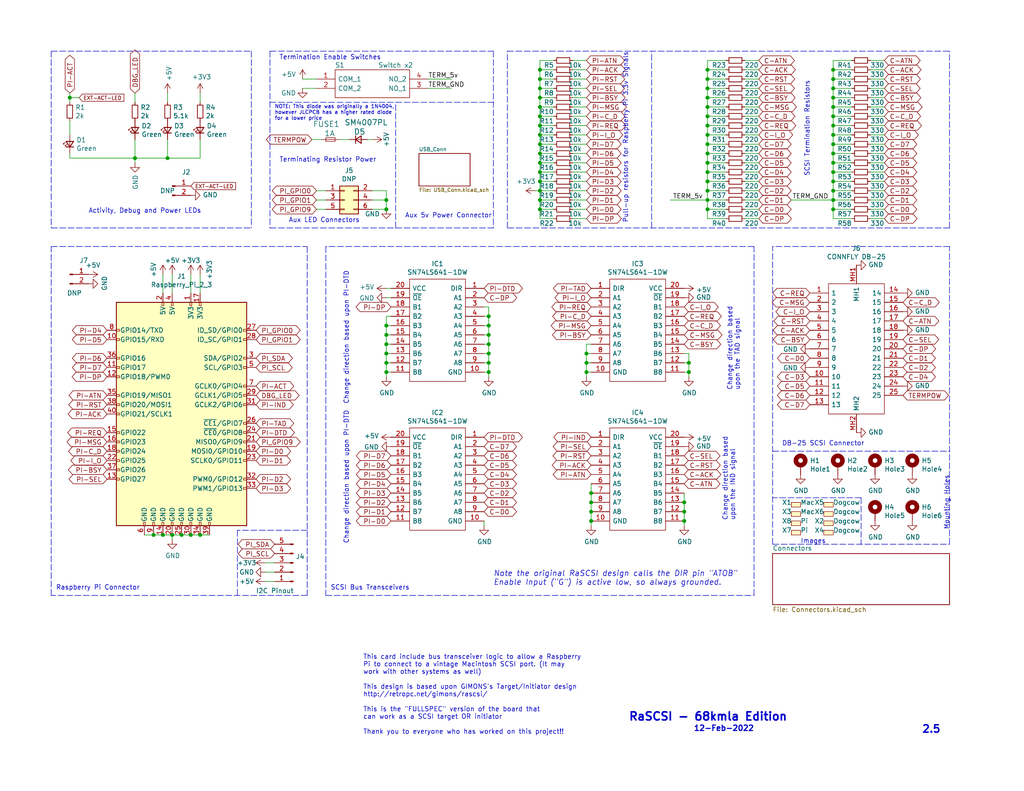
<source format=kicad_sch>
(kicad_sch (version 20211123) (generator eeschema)
  (paper "USLetter")
  (junction (at 147.32 19.05))
  (junction (at 227.33 57.15))
  (junction (at 193.04 52.07))
  (junction (at 147.32 36.83))
  (junction (at 133.35 101.6))
  (junction (at 227.33 54.61))
  (junction (at 133.35 86.36))
  (junction (at 186.69 137.16))
  (junction (at 147.32 52.07))
  (junction (at 105.41 91.44))
  (junction (at 105.41 93.98))
  (junction (at 105.41 96.52))
  (junction (at 187.96 99.06))
  (junction (at 147.32 21.59))
  (junction (at 147.32 49.53))
  (junction (at 160.02 99.06))
  (junction (at 147.32 54.61))
  (junction (at 105.41 101.6))
  (junction (at 54.61 146.05))
  (junction (at 193.04 19.05))
  (junction (at 193.04 54.61))
  (junction (at 160.02 96.52))
  (junction (at 161.29 134.62))
  (junction (at 227.33 29.21))
  (junction (at 133.35 93.98))
  (junction (at 41.91 146.05))
  (junction (at 227.33 44.45))
  (junction (at 193.04 36.83))
  (junction (at 147.32 24.13))
  (junction (at 227.33 46.99))
  (junction (at 36.83 43.18))
  (junction (at 227.33 24.13))
  (junction (at 133.35 88.9))
  (junction (at 193.04 24.13))
  (junction (at 193.04 29.21))
  (junction (at 193.04 34.29))
  (junction (at 44.45 146.05))
  (junction (at 193.04 31.75))
  (junction (at 193.04 44.45))
  (junction (at 147.32 31.75))
  (junction (at 133.35 96.52))
  (junction (at 227.33 19.05))
  (junction (at 227.33 41.91))
  (junction (at 105.41 99.06))
  (junction (at 193.04 26.67))
  (junction (at 147.32 39.37))
  (junction (at 186.69 142.24))
  (junction (at 147.32 44.45))
  (junction (at 227.33 26.67))
  (junction (at 147.32 26.67))
  (junction (at 147.32 57.15))
  (junction (at 227.33 52.07))
  (junction (at 147.32 41.91))
  (junction (at 227.33 39.37))
  (junction (at 45.72 43.18))
  (junction (at 160.02 101.6))
  (junction (at 227.33 49.53))
  (junction (at 133.35 91.44))
  (junction (at 227.33 34.29))
  (junction (at 227.33 36.83))
  (junction (at 193.04 39.37))
  (junction (at 52.07 146.05))
  (junction (at 161.29 139.7))
  (junction (at 147.32 29.21))
  (junction (at 187.96 101.6))
  (junction (at 19.05 26.67))
  (junction (at 186.69 139.7))
  (junction (at 227.33 21.59))
  (junction (at 105.41 88.9))
  (junction (at 161.29 137.16))
  (junction (at 105.41 54.61))
  (junction (at 147.32 34.29))
  (junction (at 227.33 31.75))
  (junction (at 46.99 146.05))
  (junction (at 147.32 46.99))
  (junction (at 193.04 41.91))
  (junction (at 105.41 57.15))
  (junction (at 193.04 46.99))
  (junction (at 193.04 21.59))
  (junction (at 49.53 146.05))
  (junction (at 161.29 142.24))
  (junction (at 193.04 57.15))
  (junction (at 133.35 99.06))
  (junction (at 193.04 49.53))
  (wire (pts (xy 193.04 59.69) (xy 198.12 59.69)))
  (wire (pts (xy 161.29 134.62) (xy 161.29 132.08)))
  (wire (pts (xy 49.53 146.05) (xy 46.99 146.05)))
  (wire (pts (xy 160.02 93.98) (xy 160.02 96.52)))
  (wire (pts (xy 227.33 41.91) (xy 227.33 44.45)))
  (polyline (pts (xy 88.9 162.56) (xy 205.74 162.56)))
  (wire (pts (xy 186.69 139.7) (xy 186.69 137.16)))
  (wire (pts (xy 46.99 80.01) (xy 46.99 74.93)))
  (wire (pts (xy 156.21 31.75) (xy 160.02 31.75)))
  (polyline (pts (xy 73.66 13.97) (xy 73.66 62.23)))
  (wire (pts (xy 132.08 143.51) (xy 132.08 142.24)))
  (wire (pts (xy 105.41 91.44) (xy 105.41 88.9)))
  (polyline (pts (xy 177.8 62.23) (xy 177.8 13.97)))
  (wire (pts (xy 133.35 99.06) (xy 133.35 101.6)))
  (wire (pts (xy 207.01 57.15) (xy 203.2 57.15)))
  (wire (pts (xy 207.01 34.29) (xy 203.2 34.29)))
  (polyline (pts (xy 210.82 148.59) (xy 210.82 67.31)))
  (wire (pts (xy 241.3 52.07) (xy 237.49 52.07)))
  (wire (pts (xy 74.93 156.21) (xy 72.39 156.21)))
  (wire (pts (xy 87.63 38.1) (xy 85.09 38.1)))
  (wire (pts (xy 207.01 44.45) (xy 203.2 44.45)))
  (wire (pts (xy 241.3 21.59) (xy 237.49 21.59)))
  (wire (pts (xy 147.32 19.05) (xy 151.13 19.05)))
  (wire (pts (xy 207.01 52.07) (xy 203.2 52.07)))
  (polyline (pts (xy 13.97 13.97) (xy 13.97 62.23)))
  (wire (pts (xy 241.3 57.15) (xy 237.49 57.15)))
  (wire (pts (xy 241.3 31.75) (xy 237.49 31.75)))
  (wire (pts (xy 106.68 99.06) (xy 105.41 99.06)))
  (wire (pts (xy 193.04 52.07) (xy 198.12 52.07)))
  (wire (pts (xy 46.99 146.05) (xy 44.45 146.05)))
  (wire (pts (xy 241.3 24.13) (xy 237.49 24.13)))
  (wire (pts (xy 227.33 26.67) (xy 227.33 29.21)))
  (wire (pts (xy 147.32 26.67) (xy 151.13 26.67)))
  (wire (pts (xy 193.04 39.37) (xy 198.12 39.37)))
  (wire (pts (xy 44.45 80.01) (xy 44.45 74.93)))
  (polyline (pts (xy 64.77 144.78) (xy 64.77 162.56)))
  (wire (pts (xy 207.01 36.83) (xy 203.2 36.83)))
  (wire (pts (xy 241.3 41.91) (xy 237.49 41.91)))
  (wire (pts (xy 133.35 86.36) (xy 133.35 83.82)))
  (wire (pts (xy 54.61 146.05) (xy 52.07 146.05)))
  (wire (pts (xy 147.32 54.61) (xy 151.13 54.61)))
  (wire (pts (xy 227.33 16.51) (xy 232.41 16.51)))
  (wire (pts (xy 105.41 99.06) (xy 105.41 96.52)))
  (wire (pts (xy 187.96 96.52) (xy 186.69 96.52)))
  (wire (pts (xy 132.08 86.36) (xy 133.35 86.36)))
  (wire (pts (xy 227.33 36.83) (xy 227.33 39.37)))
  (wire (pts (xy 227.33 31.75) (xy 227.33 34.29)))
  (wire (pts (xy 207.01 59.69) (xy 203.2 59.69)))
  (wire (pts (xy 193.04 49.53) (xy 198.12 49.53)))
  (wire (pts (xy 160.02 101.6) (xy 160.02 102.87)))
  (polyline (pts (xy 73.66 13.97) (xy 134.62 13.97)))
  (polyline (pts (xy 138.43 13.97) (xy 259.08 13.97)))
  (wire (pts (xy 227.33 19.05) (xy 232.41 19.05)))
  (wire (pts (xy 241.3 46.99) (xy 237.49 46.99)))
  (wire (pts (xy 227.33 59.69) (xy 232.41 59.69)))
  (wire (pts (xy 161.29 142.24) (xy 161.29 139.7)))
  (wire (pts (xy 161.29 143.51) (xy 161.29 142.24)))
  (wire (pts (xy 147.32 24.13) (xy 147.32 26.67)))
  (wire (pts (xy 207.01 49.53) (xy 203.2 49.53)))
  (wire (pts (xy 19.05 25.4) (xy 19.05 26.67)))
  (wire (pts (xy 227.33 34.29) (xy 227.33 36.83)))
  (wire (pts (xy 147.32 52.07) (xy 147.32 54.61)))
  (wire (pts (xy 193.04 26.67) (xy 198.12 26.67)))
  (wire (pts (xy 156.21 54.61) (xy 160.02 54.61)))
  (wire (pts (xy 193.04 16.51) (xy 193.04 19.05)))
  (wire (pts (xy 101.6 57.15) (xy 105.41 57.15)))
  (wire (pts (xy 182.88 54.61) (xy 193.04 54.61)))
  (wire (pts (xy 147.32 46.99) (xy 147.32 49.53)))
  (wire (pts (xy 207.01 54.61) (xy 203.2 54.61)))
  (polyline (pts (xy 138.43 62.23) (xy 138.43 13.97)))
  (wire (pts (xy 147.32 24.13) (xy 151.13 24.13)))
  (wire (pts (xy 147.32 21.59) (xy 147.32 24.13)))
  (wire (pts (xy 156.21 41.91) (xy 160.02 41.91)))
  (wire (pts (xy 147.32 57.15) (xy 151.13 57.15)))
  (wire (pts (xy 186.69 101.6) (xy 187.96 101.6)))
  (wire (pts (xy 105.41 81.28) (xy 106.68 81.28)))
  (wire (pts (xy 147.32 57.15) (xy 147.32 59.69)))
  (wire (pts (xy 193.04 44.45) (xy 198.12 44.45)))
  (wire (pts (xy 193.04 41.91) (xy 193.04 44.45)))
  (wire (pts (xy 227.33 24.13) (xy 227.33 26.67)))
  (wire (pts (xy 146.05 52.07) (xy 147.32 52.07)))
  (wire (pts (xy 227.33 49.53) (xy 227.33 52.07)))
  (wire (pts (xy 86.36 24.13) (xy 82.55 24.13)))
  (wire (pts (xy 147.32 26.67) (xy 147.32 29.21)))
  (wire (pts (xy 105.41 101.6) (xy 105.41 102.87)))
  (wire (pts (xy 227.33 46.99) (xy 232.41 46.99)))
  (wire (pts (xy 156.21 49.53) (xy 160.02 49.53)))
  (wire (pts (xy 133.35 101.6) (xy 133.35 102.87)))
  (wire (pts (xy 147.32 39.37) (xy 151.13 39.37)))
  (wire (pts (xy 19.05 43.18) (xy 36.83 43.18)))
  (wire (pts (xy 227.33 19.05) (xy 227.33 21.59)))
  (wire (pts (xy 227.33 41.91) (xy 232.41 41.91)))
  (polyline (pts (xy 259.08 67.31) (xy 210.82 67.31)))
  (wire (pts (xy 227.33 21.59) (xy 232.41 21.59)))
  (wire (pts (xy 106.68 88.9) (xy 105.41 88.9)))
  (wire (pts (xy 227.33 54.61) (xy 232.41 54.61)))
  (wire (pts (xy 160.02 96.52) (xy 160.02 99.06)))
  (wire (pts (xy 105.41 57.15) (xy 105.41 54.61)))
  (wire (pts (xy 19.05 43.18) (xy 19.05 41.91)))
  (wire (pts (xy 147.32 41.91) (xy 151.13 41.91)))
  (polyline (pts (xy 134.62 13.97) (xy 134.62 62.23)))
  (wire (pts (xy 44.45 146.05) (xy 41.91 146.05)))
  (wire (pts (xy 101.6 54.61) (xy 105.41 54.61)))
  (wire (pts (xy 132.08 99.06) (xy 133.35 99.06)))
  (wire (pts (xy 193.04 19.05) (xy 198.12 19.05)))
  (wire (pts (xy 133.35 101.6) (xy 132.08 101.6)))
  (wire (pts (xy 54.61 43.18) (xy 54.61 38.1)))
  (wire (pts (xy 106.68 96.52) (xy 105.41 96.52)))
  (wire (pts (xy 193.04 52.07) (xy 193.04 54.61)))
  (wire (pts (xy 241.3 54.61) (xy 237.49 54.61)))
  (wire (pts (xy 156.21 34.29) (xy 160.02 34.29)))
  (wire (pts (xy 147.32 49.53) (xy 147.32 52.07)))
  (wire (pts (xy 193.04 31.75) (xy 198.12 31.75)))
  (wire (pts (xy 207.01 31.75) (xy 203.2 31.75)))
  (wire (pts (xy 36.83 38.1) (xy 36.83 43.18)))
  (wire (pts (xy 207.01 46.99) (xy 203.2 46.99)))
  (wire (pts (xy 207.01 29.21) (xy 203.2 29.21)))
  (wire (pts (xy 227.33 21.59) (xy 227.33 24.13)))
  (polyline (pts (xy 13.97 13.97) (xy 68.58 13.97)))
  (wire (pts (xy 86.36 57.15) (xy 88.9 57.15)))
  (wire (pts (xy 193.04 24.13) (xy 198.12 24.13)))
  (wire (pts (xy 45.72 43.18) (xy 54.61 43.18)))
  (wire (pts (xy 105.41 54.61) (xy 105.41 52.07)))
  (wire (pts (xy 193.04 59.69) (xy 193.04 57.15)))
  (wire (pts (xy 156.21 36.83) (xy 160.02 36.83)))
  (wire (pts (xy 227.33 57.15) (xy 232.41 57.15)))
  (wire (pts (xy 207.01 24.13) (xy 203.2 24.13)))
  (wire (pts (xy 161.29 139.7) (xy 161.29 137.16)))
  (wire (pts (xy 86.36 21.59) (xy 82.55 21.59)))
  (polyline (pts (xy 83.82 162.56) (xy 13.97 162.56)))
  (wire (pts (xy 193.04 49.53) (xy 193.04 52.07)))
  (wire (pts (xy 132.08 88.9) (xy 133.35 88.9)))
  (wire (pts (xy 227.33 54.61) (xy 215.9 54.61)))
  (wire (pts (xy 241.3 39.37) (xy 237.49 39.37)))
  (polyline (pts (xy 259.08 62.23) (xy 138.43 62.23)))
  (wire (pts (xy 227.33 31.75) (xy 232.41 31.75)))
  (wire (pts (xy 207.01 21.59) (xy 203.2 21.59)))
  (polyline (pts (xy 205.74 67.31) (xy 88.9 67.31)))
  (wire (pts (xy 147.32 44.45) (xy 147.32 46.99)))
  (wire (pts (xy 193.04 39.37) (xy 193.04 41.91)))
  (wire (pts (xy 133.35 96.52) (xy 133.35 93.98)))
  (wire (pts (xy 95.25 38.1) (xy 92.71 38.1)))
  (wire (pts (xy 132.08 93.98) (xy 133.35 93.98)))
  (wire (pts (xy 193.04 54.61) (xy 198.12 54.61)))
  (wire (pts (xy 193.04 21.59) (xy 193.04 24.13)))
  (wire (pts (xy 227.33 39.37) (xy 227.33 41.91)))
  (wire (pts (xy 156.21 52.07) (xy 160.02 52.07)))
  (wire (pts (xy 54.61 27.94) (xy 54.61 25.4)))
  (wire (pts (xy 36.83 27.94) (xy 36.83 25.4)))
  (wire (pts (xy 105.41 96.52) (xy 105.41 93.98)))
  (wire (pts (xy 86.36 52.07) (xy 88.9 52.07)))
  (wire (pts (xy 193.04 36.83) (xy 193.04 39.37)))
  (polyline (pts (xy 234.95 135.89) (xy 234.95 148.59)))
  (wire (pts (xy 227.33 44.45) (xy 232.41 44.45)))
  (wire (pts (xy 193.04 46.99) (xy 193.04 49.53)))
  (wire (pts (xy 161.29 93.98) (xy 160.02 93.98)))
  (wire (pts (xy 116.84 24.13) (xy 123.19 24.13)))
  (wire (pts (xy 101.6 38.1) (xy 100.33 38.1)))
  (wire (pts (xy 147.32 19.05) (xy 147.32 21.59)))
  (wire (pts (xy 161.29 101.6) (xy 160.02 101.6)))
  (wire (pts (xy 193.04 34.29) (xy 193.04 36.83)))
  (wire (pts (xy 186.69 99.06) (xy 187.96 99.06)))
  (wire (pts (xy 227.33 26.67) (xy 232.41 26.67)))
  (wire (pts (xy 227.33 36.83) (xy 232.41 36.83)))
  (wire (pts (xy 227.33 52.07) (xy 232.41 52.07)))
  (wire (pts (xy 52.07 146.05) (xy 49.53 146.05)))
  (wire (pts (xy 106.68 91.44) (xy 105.41 91.44)))
  (wire (pts (xy 187.96 102.87) (xy 187.96 101.6)))
  (wire (pts (xy 57.15 146.05) (xy 54.61 146.05)))
  (wire (pts (xy 193.04 44.45) (xy 193.04 46.99)))
  (wire (pts (xy 132.08 96.52) (xy 133.35 96.52)))
  (wire (pts (xy 133.35 88.9) (xy 133.35 86.36)))
  (wire (pts (xy 193.04 57.15) (xy 198.12 57.15)))
  (wire (pts (xy 156.21 44.45) (xy 160.02 44.45)))
  (wire (pts (xy 193.04 24.13) (xy 193.04 26.67)))
  (wire (pts (xy 147.32 31.75) (xy 147.32 34.29)))
  (wire (pts (xy 147.32 41.91) (xy 147.32 44.45)))
  (wire (pts (xy 132.08 83.82) (xy 133.35 83.82)))
  (wire (pts (xy 156.21 57.15) (xy 160.02 57.15)))
  (polyline (pts (xy 13.97 62.23) (xy 68.58 62.23)))
  (wire (pts (xy 227.33 24.13) (xy 232.41 24.13)))
  (wire (pts (xy 161.29 99.06) (xy 160.02 99.06)))
  (wire (pts (xy 241.3 29.21) (xy 237.49 29.21)))
  (wire (pts (xy 227.33 39.37) (xy 232.41 39.37)))
  (wire (pts (xy 161.29 137.16) (xy 161.29 134.62)))
  (wire (pts (xy 19.05 33.02) (xy 19.05 36.83)))
  (polyline (pts (xy 13.97 67.31) (xy 83.82 67.31)))
  (wire (pts (xy 186.69 142.24) (xy 186.69 139.7)))
  (wire (pts (xy 207.01 41.91) (xy 203.2 41.91)))
  (wire (pts (xy 156.21 39.37) (xy 160.02 39.37)))
  (wire (pts (xy 186.69 137.16) (xy 186.69 134.62)))
  (wire (pts (xy 147.32 54.61) (xy 147.32 57.15)))
  (wire (pts (xy 19.05 26.67) (xy 21.59 26.67)))
  (wire (pts (xy 207.01 19.05) (xy 203.2 19.05)))
  (wire (pts (xy 227.33 57.15) (xy 227.33 54.61)))
  (wire (pts (xy 207.01 16.51) (xy 203.2 16.51)))
  (wire (pts (xy 46.99 147.32) (xy 46.99 146.05)))
  (wire (pts (xy 52.07 80.01) (xy 52.07 74.93)))
  (wire (pts (xy 186.69 143.51) (xy 186.69 142.24)))
  (wire (pts (xy 193.04 26.67) (xy 193.04 29.21)))
  (polyline (pts (xy 13.97 162.56) (xy 13.97 67.31)))
  (polyline (pts (xy 205.74 162.56) (xy 205.74 67.31)))
  (polyline (pts (xy 73.66 27.94) (xy 134.62 27.94)))
  (wire (pts (xy 241.3 59.69) (xy 237.49 59.69)))
  (wire (pts (xy 133.35 93.98) (xy 133.35 91.44)))
  (polyline (pts (xy 234.95 135.89) (xy 210.82 135.89)))
  (wire (pts (xy 156.21 29.21) (xy 160.02 29.21)))
  (wire (pts (xy 133.35 99.06) (xy 133.35 96.52)))
  (wire (pts (xy 241.3 34.29) (xy 237.49 34.29)))
  (wire (pts (xy 116.84 21.59) (xy 123.19 21.59)))
  (wire (pts (xy 227.33 49.53) (xy 232.41 49.53)))
  (wire (pts (xy 241.3 49.53) (xy 237.49 49.53)))
  (wire (pts (xy 156.21 21.59) (xy 160.02 21.59)))
  (wire (pts (xy 193.04 29.21) (xy 198.12 29.21)))
  (wire (pts (xy 147.32 36.83) (xy 151.13 36.83)))
  (wire (pts (xy 72.39 153.67) (xy 74.93 153.67)))
  (wire (pts (xy 227.33 34.29) (xy 232.41 34.29)))
  (wire (pts (xy 193.04 19.05) (xy 193.04 21.59)))
  (wire (pts (xy 147.32 36.83) (xy 147.32 39.37)))
  (wire (pts (xy 207.01 26.67) (xy 203.2 26.67)))
  (wire (pts (xy 227.33 44.45) (xy 227.33 46.99)))
  (wire (pts (xy 106.68 101.6) (xy 105.41 101.6)))
  (wire (pts (xy 227.33 46.99) (xy 227.33 49.53)))
  (wire (pts (xy 147.32 59.69) (xy 151.13 59.69)))
  (wire (pts (xy 132.08 91.44) (xy 133.35 91.44)))
  (wire (pts (xy 193.04 16.51) (xy 198.12 16.51)))
  (wire (pts (xy 105.41 93.98) (xy 105.41 91.44)))
  (wire (pts (xy 147.32 34.29) (xy 147.32 36.83)))
  (wire (pts (xy 147.32 29.21) (xy 151.13 29.21)))
  (wire (pts (xy 105.41 88.9) (xy 105.41 86.36)))
  (wire (pts (xy 105.41 78.74) (xy 106.68 78.74)))
  (wire (pts (xy 41.91 146.05) (xy 39.37 146.05)))
  (wire (pts (xy 187.96 101.6) (xy 187.96 99.06)))
  (wire (pts (xy 106.68 93.98) (xy 105.41 93.98)))
  (wire (pts (xy 187.96 99.06) (xy 187.96 96.52)))
  (wire (pts (xy 227.33 29.21) (xy 227.33 31.75)))
  (wire (pts (xy 193.04 29.21) (xy 193.04 31.75)))
  (wire (pts (xy 156.21 46.99) (xy 160.02 46.99)))
  (polyline (pts (xy 83.82 67.31) (xy 83.82 162.56)))
  (wire (pts (xy 227.33 59.69) (xy 227.33 57.15)))
  (wire (pts (xy 241.3 19.05) (xy 237.49 19.05)))
  (wire (pts (xy 86.36 54.61) (xy 88.9 54.61)))
  (wire (pts (xy 147.32 46.99) (xy 151.13 46.99)))
  (wire (pts (xy 241.3 44.45) (xy 237.49 44.45)))
  (polyline (pts (xy 210.82 123.19) (xy 259.08 123.19)))
  (wire (pts (xy 54.61 80.01) (xy 54.61 74.93)))
  (wire (pts (xy 72.39 158.75) (xy 74.93 158.75)))
  (wire (pts (xy 105.41 52.07) (xy 101.6 52.07)))
  (wire (pts (xy 161.29 96.52) (xy 160.02 96.52)))
  (wire (pts (xy 241.3 26.67) (xy 237.49 26.67)))
  (wire (pts (xy 193.04 31.75) (xy 193.04 34.29)))
  (polyline (pts (xy 68.58 13.97) (xy 68.58 62.23)))
  (wire (pts (xy 147.32 21.59) (xy 151.13 21.59)))
  (wire (pts (xy 147.32 29.21) (xy 147.32 31.75)))
  (wire (pts (xy 156.21 19.05) (xy 160.02 19.05)))
  (polyline (pts (xy 259.08 62.23) (xy 259.08 13.97)))
  (polyline (pts (xy 73.66 62.23) (xy 134.62 62.23)))
  (wire (pts (xy 147.32 34.29) (xy 151.13 34.29)))
  (wire (pts (xy 105.41 101.6) (xy 105.41 99.06)))
  (polyline (pts (xy 259.08 148.59) (xy 259.08 67.31)))
  (wire (pts (xy 160.02 99.06) (xy 160.02 101.6)))
  (wire (pts (xy 45.72 38.1) (xy 45.72 43.18)))
  (wire (pts (xy 36.83 43.18) (xy 45.72 43.18)))
  (wire (pts (xy 207.01 39.37) (xy 203.2 39.37)))
  (wire (pts (xy 241.3 16.51) (xy 237.49 16.51)))
  (wire (pts (xy 36.83 44.45) (xy 36.83 43.18)))
  (wire (pts (xy 193.04 34.29) (xy 198.12 34.29)))
  (wire (pts (xy 193.04 57.15) (xy 193.04 54.61)))
  (wire (pts (xy 147.32 49.53) (xy 151.13 49.53)))
  (wire (pts (xy 241.3 36.83) (xy 237.49 36.83)))
  (wire (pts (xy 147.32 39.37) (xy 147.32 41.91)))
  (polyline (pts (xy 107.95 62.23) (xy 107.95 27.94)))
  (wire (pts (xy 45.72 27.94) (xy 45.72 25.4)))
  (wire (pts (xy 147.32 16.51) (xy 151.13 16.51)))
  (wire (pts (xy 193.04 46.99) (xy 198.12 46.99)))
  (wire (pts (xy 105.41 86.36) (xy 106.68 86.36)))
  (wire (pts (xy 147.32 44.45) (xy 151.13 44.45)))
  (wire (pts (xy 193.04 21.59) (xy 198.12 21.59)))
  (polyline (pts (xy 88.9 67.31) (xy 88.9 162.56)))
  (wire (pts (xy 193.04 36.83) (xy 198.12 36.83)))
  (wire (pts (xy 19.05 26.67) (xy 19.05 27.94)))
  (wire (pts (xy 156.21 24.13) (xy 160.02 24.13)))
  (wire (pts (xy 147.32 31.75) (xy 151.13 31.75)))
  (wire (pts (xy 193.04 41.91) (xy 198.12 41.91)))
  (polyline (pts (xy 210.82 148.59) (xy 259.08 148.59)))
  (wire (pts (xy 227.33 29.21) (xy 232.41 29.21)))
  (wire (pts (xy 227.33 16.51) (xy 227.33 19.05)))
  (wire (pts (xy 156.21 26.67) (xy 160.02 26.67)))
  (polyline (pts (xy 83.82 144.78) (xy 64.77 144.78)))
  (wire (pts (xy 156.21 59.69) (xy 160.02 59.69)))
  (wire (pts (xy 133.35 91.44) (xy 133.35 88.9)))
  (wire (pts (xy 156.21 16.51) (xy 160.02 16.51)))
  (wire (pts (xy 147.32 16.51) (xy 147.32 19.05)))
  (wire (pts (xy 227.33 52.07) (xy 227.33 54.61)))
  (wire (pts (xy 147.32 52.07) (xy 151.13 52.07)))
  (text "Images" (at 218.44 148.59 0) (effects (font (size 1.27 1.27)) (justify left bottom)))
  (text "RaSCSI - 68kmla Edition" (at 171.45 197.104 0) (effects (font (size 2.2098 2.2098) (thickness 0.442) bold) (justify left bottom)))
  (text "2.5" (at 251.46 200.406 0) (effects (font (size 2.0066 2.0066) (thickness 0.4013) bold) (justify left bottom)))
  (text "Raspberry Pi Connector" (at 15.24 161.29 0) (effects (font (size 1.27 1.27)) (justify left bottom)))
  (text "Change direction based \nupon the TAD signal" (at 201.93 106.68 90) (effects (font (size 1.27 1.27)) (justify left bottom)))
  (text "Terminating Resistor Power" (at 76.2 44.45 0) (effects (font (size 1.27 1.27)) (justify left bottom)))
  (text "Mounting Holes" (at 259.08 144.78 90) (effects (font (size 1.27 1.27)) (justify left bottom)))
  (text "12-Feb-2022" (at 189.23 199.898 0) (effects (font (size 1.4986 1.4986) (thickness 0.2997) bold) (justify left bottom)))
  (text "DB-25 SCSI Connector" (at 213.36 121.92 0) (effects (font (size 1.27 1.27)) (justify left bottom)))
  (text "SCSI Termination Resistors" (at 220.98 48.26 90) (effects (font (size 1.27 1.27)) (justify left bottom)))
  (text "Pull-up resistors for Raspberry Pi 3.3v Signals" (at 171.45 60.96 90) (effects (font (size 1.27 1.27)) (justify left bottom)))
  (text "Change direction based \nupon the IND signal" (at 200.66 142.24 90) (effects (font (size 1.27 1.27)) (justify left bottom)))
  (text "NOTE: This diode was originally a 1N4004, \nhowever JLCPCB has a higher rated diode \nfor a lower price" (at 74.93 33.02 0) (effects (font (size 0.9906 0.9906)) (justify left bottom)))
  (text "Change direction based upon PI-DTD" (at 95.25 110.49 90) (effects (font (size 1.27 1.27)) (justify left bottom)))
  (text "Note the original RaSCSI design calls the DIR pin \"ATOB\"\nEnable Input (\"G\") is active low, so always grounded." (at 134.62 160.02 0) (effects (font (size 1.4986 1.4986) italic) (justify left bottom)))
  (text "Activity, Debug and Power LEDs" (at 24.13 58.42 0) (effects (font (size 1.27 1.27)) (justify left bottom)))
  (text "Termination Enable Switches" (at 76.2 16.51 0) (effects (font (size 1.27 1.27)) (justify left bottom)))
  (text "Change direction based upon PI-DTD" (at 95.25 148.59 90) (effects (font (size 1.27 1.27)) (justify left bottom)))
  (text "This card include bus transceiver logic to allow a Raspberry \nPi to connect to a vintage Macintosh SCSI port. (It may \nwork with other systems as well)\n\nThis design is based upon GIMONS's Target/Initiator design\nhttp://retropc.net/gimons/rascsi/\n\nThis is the \"FULLSPEC\" version of the board that \ncan work as a SCSI target OR initiator\n\nThank you to everyone who has worked on this project!!" (at 99.06 200.66 0) (effects (font (size 1.27 1.27)) (justify left bottom)))
  (text "Aux 5v Power Connector" (at 110.49 59.69 0) (effects (font (size 1.27 1.27)) (justify left bottom)))
  (text "SCSI Bus Transceivers" (at 90.17 161.29 0) (effects (font (size 1.27 1.27)) (justify left bottom)))
  (text "Aux LED Connectors" (at 78.74 60.96 0) (effects (font (size 1.27 1.27)) (justify left bottom)))
  (label "TERM_GND" (at 116.84 24.13 0))
  (label "TERM_5v" (at 116.84 21.59 0))
  (label "TERM_GND" (at 226.06 54.61 180))
  (label "TERM_5v" (at 191.77 54.61 180))
  (global_label "PI-DP" (shape bidirectional) (at 29.21 102.87 180) (property "Intersheet References" "${INTERSHEET_REFS}" (effects hide)))
  (global_label "PI-REQ" (shape bidirectional) (at 161.29 83.82 180) (property "Intersheet References" "${INTERSHEET_REFS}" (effects hide)))
  (global_label "PI-I_O" (shape bidirectional) (at 160.02 36.83 0) (property "Intersheet References" "${INTERSHEET_REFS}" (effects hide)))
  (global_label "PI-D6" (shape bidirectional) (at 160.02 41.91 0) (property "Intersheet References" "${INTERSHEET_REFS}" (effects hide)))
  (global_label "C-DP" (shape bidirectional) (at 207.01 59.69 0) (property "Intersheet References" "${INTERSHEET_REFS}" (effects hide)))
  (global_label "PI-DTD" (shape bidirectional) (at 132.08 119.38 0) (property "Intersheet References" "${INTERSHEET_REFS}" (effects hide)))
  (global_label "C-I_O" (shape bidirectional) (at 207.01 36.83 0) (property "Intersheet References" "${INTERSHEET_REFS}" (effects hide)))
  (global_label "EXT-ACT-LED" (shape input) (at 21.59 26.67 0) (effects (font (size 0.9906 0.9906))) (property "Intersheet References" "${INTERSHEET_REFS}" (effects hide)))
  (global_label "PI-D0" (shape bidirectional) (at 69.85 123.19 0) (property "Intersheet References" "${INTERSHEET_REFS}" (effects hide)))
  (global_label "PI-D7" (shape bidirectional) (at 106.68 124.46 180) (property "Intersheet References" "${INTERSHEET_REFS}" (effects hide)))
  (global_label "PI-D4" (shape bidirectional) (at 29.21 90.17 180) (property "Intersheet References" "${INTERSHEET_REFS}" (effects hide)))
  (global_label "C-ATN" (shape bidirectional) (at 246.38 87.63 0) (property "Intersheet References" "${INTERSHEET_REFS}" (effects hide)))
  (global_label "PI-C_D" (shape bidirectional) (at 161.29 86.36 180) (property "Intersheet References" "${INTERSHEET_REFS}" (effects hide)))
  (global_label "C-D6" (shape bidirectional) (at 132.08 124.46 0) (property "Intersheet References" "${INTERSHEET_REFS}" (effects hide)))
  (global_label "PI-REQ" (shape bidirectional) (at 160.02 34.29 0) (property "Intersheet References" "${INTERSHEET_REFS}" (effects hide)))
  (global_label "C-D0" (shape bidirectional) (at 132.08 139.7 0) (property "Intersheet References" "${INTERSHEET_REFS}" (effects hide)))
  (global_label "C-D3" (shape bidirectional) (at 132.08 132.08 0) (property "Intersheet References" "${INTERSHEET_REFS}" (effects hide)))
  (global_label "C-D1" (shape bidirectional) (at 246.38 97.79 0) (property "Intersheet References" "${INTERSHEET_REFS}" (effects hide)))
  (global_label "PI-C_D" (shape bidirectional) (at 29.21 123.19 180) (property "Intersheet References" "${INTERSHEET_REFS}" (effects hide)))
  (global_label "C-D1" (shape bidirectional) (at 241.3 54.61 0) (property "Intersheet References" "${INTERSHEET_REFS}" (effects hide)))
  (global_label "PI-D3" (shape bidirectional) (at 69.85 133.35 0) (property "Intersheet References" "${INTERSHEET_REFS}" (effects hide)))
  (global_label "C-DP" (shape bidirectional) (at 246.38 95.25 0) (property "Intersheet References" "${INTERSHEET_REFS}" (effects hide)))
  (global_label "C-D6" (shape bidirectional) (at 241.3 41.91 0) (property "Intersheet References" "${INTERSHEET_REFS}" (effects hide)))
  (global_label "C-C_D" (shape bidirectional) (at 241.3 31.75 0) (property "Intersheet References" "${INTERSHEET_REFS}" (effects hide)))
  (global_label "C-BSY" (shape bidirectional) (at 220.98 92.71 180) (property "Intersheet References" "${INTERSHEET_REFS}" (effects hide)))
  (global_label "C-RST" (shape bidirectional) (at 241.3 21.59 0) (property "Intersheet References" "${INTERSHEET_REFS}" (effects hide)))
  (global_label "C-ACK" (shape bidirectional) (at 207.01 19.05 0) (property "Intersheet References" "${INTERSHEET_REFS}" (effects hide)))
  (global_label "PI-D7" (shape bidirectional) (at 160.02 39.37 0) (property "Intersheet References" "${INTERSHEET_REFS}" (effects hide)))
  (global_label "PI-D2" (shape bidirectional) (at 160.02 52.07 0) (property "Intersheet References" "${INTERSHEET_REFS}" (effects hide)))
  (global_label "PI-DTD" (shape bidirectional) (at 69.85 118.11 0) (property "Intersheet References" "${INTERSHEET_REFS}" (effects hide)))
  (global_label "PI-D3" (shape bidirectional) (at 160.02 49.53 0) (property "Intersheet References" "${INTERSHEET_REFS}" (effects hide)))
  (global_label "PI-ATN" (shape bidirectional) (at 161.29 129.54 180) (property "Intersheet References" "${INTERSHEET_REFS}" (effects hide)))
  (global_label "C-D5" (shape bidirectional) (at 220.98 105.41 180) (property "Intersheet References" "${INTERSHEET_REFS}" (effects hide)))
  (global_label "PI-I_O" (shape bidirectional) (at 161.29 81.28 180) (property "Intersheet References" "${INTERSHEET_REFS}" (effects hide)))
  (global_label "C-I_O" (shape bidirectional) (at 220.98 85.09 180) (property "Intersheet References" "${INTERSHEET_REFS}" (effects hide)))
  (global_label "PI-MSG" (shape bidirectional) (at 160.02 29.21 0) (property "Intersheet References" "${INTERSHEET_REFS}" (effects hide)))
  (global_label "PI-DTD" (shape bidirectional) (at 132.08 78.74 0) (property "Intersheet References" "${INTERSHEET_REFS}" (effects hide)))
  (global_label "PI-D5" (shape bidirectional) (at 29.21 92.71 180) (property "Intersheet References" "${INTERSHEET_REFS}" (effects hide)))
  (global_label "C-D5" (shape bidirectional) (at 241.3 44.45 0) (property "Intersheet References" "${INTERSHEET_REFS}" (effects hide)))
  (global_label "C-D0" (shape bidirectional) (at 207.01 57.15 0) (property "Intersheet References" "${INTERSHEET_REFS}" (effects hide)))
  (global_label "PI-ACT" (shape bidirectional) (at 19.05 25.4 90) (property "Intersheet References" "${INTERSHEET_REFS}" (effects hide)))
  (global_label "C-D3" (shape bidirectional) (at 220.98 102.87 180) (property "Intersheet References" "${INTERSHEET_REFS}" (effects hide)))
  (global_label "C-D0" (shape bidirectional) (at 220.98 97.79 180) (property "Intersheet References" "${INTERSHEET_REFS}" (effects hide)))
  (global_label "C-MSG" (shape bidirectional) (at 241.3 29.21 0) (property "Intersheet References" "${INTERSHEET_REFS}" (effects hide)))
  (global_label "PI-RST" (shape bidirectional) (at 160.02 21.59 0) (property "Intersheet References" "${INTERSHEET_REFS}" (effects hide)))
  (global_label "PI-D6" (shape bidirectional) (at 106.68 127 180) (property "Intersheet References" "${INTERSHEET_REFS}" (effects hide)))
  (global_label "C-D0" (shape bidirectional) (at 241.3 57.15 0) (property "Intersheet References" "${INTERSHEET_REFS}" (effects hide)))
  (global_label "C-D5" (shape bidirectional) (at 132.08 127 0) (property "Intersheet References" "${INTERSHEET_REFS}" (effects hide)))
  (global_label "C-D4" (shape bidirectional) (at 132.08 129.54 0) (property "Intersheet References" "${INTERSHEET_REFS}" (effects hide)))
  (global_label "C-RST" (shape bidirectional) (at 220.98 87.63 180) (property "Intersheet References" "${INTERSHEET_REFS}" (effects hide)))
  (global_label "PI-SEL" (shape bidirectional) (at 29.21 130.81 180) (property "Intersheet References" "${INTERSHEET_REFS}" (effects hide)))
  (global_label "PI-IND" (shape bidirectional) (at 69.85 110.49 0) (property "Intersheet References" "${INTERSHEET_REFS}" (effects hide)))
  (global_label "C-C_D" (shape bidirectional) (at 246.38 82.55 0) (property "Intersheet References" "${INTERSHEET_REFS}" (effects hide)))
  (global_label "C-D7" (shape bidirectional) (at 241.3 39.37 0) (property "Intersheet References" "${INTERSHEET_REFS}" (effects hide)))
  (global_label "PI-D1" (shape bidirectional) (at 69.85 125.73 0) (property "Intersheet References" "${INTERSHEET_REFS}" (effects hide)))
  (global_label "C-D7" (shape bidirectional) (at 207.01 39.37 0) (property "Intersheet References" "${INTERSHEET_REFS}" (effects hide)))
  (global_label "PI-RST" (shape bidirectional) (at 29.21 110.49 180) (property "Intersheet References" "${INTERSHEET_REFS}" (effects hide)))
  (global_label "C-D1" (shape bidirectional) (at 132.08 137.16 0) (property "Intersheet References" "${INTERSHEET_REFS}" (effects hide)))
  (global_label "PI-REQ" (shape bidirectional) (at 29.21 118.11 180) (property "Intersheet References" "${INTERSHEET_REFS}" (effects hide)))
  (global_label "C-ACK" (shape bidirectional) (at 241.3 19.05 0) (property "Intersheet References" "${INTERSHEET_REFS}" (effects hide)))
  (global_label "PI-ATN" (shape bidirectional) (at 29.21 107.95 180) (property "Intersheet References" "${INTERSHEET_REFS}" (effects hide)))
  (global_label "PI-D4" (shape bidirectional) (at 106.68 132.08 180) (property "Intersheet References" "${INTERSHEET_REFS}" (effects hide)))
  (global_label "C-C_D" (shape bidirectional) (at 186.69 88.9 0) (property "Intersheet References" "${INTERSHEET_REFS}" (effects hide)))
  (global_label "C-BSY" (shape bidirectional) (at 241.3 26.67 0) (property "Intersheet References" "${INTERSHEET_REFS}" (effects hide)))
  (global_label "C-SEL" (shape bidirectional) (at 246.38 92.71 0) (property "Intersheet References" "${INTERSHEET_REFS}" (effects hide)))
  (global_label "C-ATN" (shape bidirectional) (at 207.01 16.51 0) (property "Intersheet References" "${INTERSHEET_REFS}" (effects hide)))
  (global_label "PI_SCL" (shape bidirectional) (at 69.85 100.33 0) (property "Intersheet References" "${INTERSHEET_REFS}" (effects hide)))
  (global_label "DBG_LED" (shape bidirectional) (at 36.83 25.4 90) (property "Intersheet References" "${INTERSHEET_REFS}" (effects hide)))
  (global_label "C-D2" (shape bidirectional) (at 207.01 52.07 0) (property "Intersheet References" "${INTERSHEET_REFS}" (effects hide)))
  (global_label "PI_GPIO1" (shape bidirectional) (at 69.85 92.71 0) (property "Intersheet References" "${INTERSHEET_REFS}" (effects hide)))
  (global_label "PI-BSY" (shape bidirectional) (at 29.21 128.27 180) (property "Intersheet References" "${INTERSHEET_REFS}" (effects hide)))
  (global_label "PI-BSY" (shape bidirectional) (at 160.02 26.67 0) (property "Intersheet References" "${INTERSHEET_REFS}" (effects hide)))
  (global_label "C-MSG" (shape bidirectional) (at 186.69 91.44 0) (property "Intersheet References" "${INTERSHEET_REFS}" (effects hide)))
  (global_label "C-D3" (shape bidirectional) (at 207.01 49.53 0) (property "Intersheet References" "${INTERSHEET_REFS}" (effects hide)))
  (global_label "DBG_LED" (shape bidirectional) (at 69.85 107.95 0) (property "Intersheet References" "${INTERSHEET_REFS}" (effects hide)))
  (global_label "TERMPOW" (shape bidirectional) (at 85.09 38.1 180) (property "Intersheet References" "${INTERSHEET_REFS}" (effects hide)))
  (global_label "PI_SDA" (shape bidirectional) (at 74.93 148.59 180) (property "Intersheet References" "${INTERSHEET_REFS}" (effects hide)))
  (global_label "C-D3" (shape bidirectional) (at 241.3 49.53 0) (property "Intersheet References" "${INTERSHEET_REFS}" (effects hide)))
  (global_label "PI_GPIO1" (shape bidirectional) (at 86.36 54.61 180) (property "Intersheet References" "${INTERSHEET_REFS}" (effects hide)))
  (global_label "C-D4" (shape bidirectional) (at 207.01 46.99 0) (property "Intersheet References" "${INTERSHEET_REFS}" (effects hide)))
  (global_label "PI-ATN" (shape bidirectional) (at 160.02 16.51 0) (property "Intersheet References" "${INTERSHEET_REFS}" (effects hide)))
  (global_label "C-ATN" (shape bidirectional) (at 186.69 132.08 0) (property "Intersheet References" "${INTERSHEET_REFS}" (effects hide)))
  (global_label "C-D2" (shape bidirectional) (at 241.3 52.07 0) (property "Intersheet References" "${INTERSHEET_REFS}" (effects hide)))
  (global_label "PI-ACT" (shape bidirectional) (at 69.85 105.41 0) (property "Intersheet References" "${INTERSHEET_REFS}" (effects hide)))
  (global_label "PI-MSG" (shape bidirectional) (at 161.29 88.9 180) (property "Intersheet References" "${INTERSHEET_REFS}" (effects hide)))
  (global_label "PI-D2" (shape bidirectional) (at 106.68 137.16 180) (property "Intersheet References" "${INTERSHEET_REFS}" (effects hide)))
  (global_label "PI-DP" (shape bidirectional) (at 160.02 59.69 0) (property "Intersheet References" "${INTERSHEET_REFS}" (effects hide)))
  (global_label "C-BSY" (shape bidirectional) (at 186.69 93.98 0) (property "Intersheet References" "${INTERSHEET_REFS}" (effects hide)))
  (global_label "C-MSG" (shape bidirectional) (at 220.98 82.55 180) (property "Intersheet References" "${INTERSHEET_REFS}" (effects hide)))
  (global_label "PI-D6" (shape bidirectional) (at 29.21 97.79 180) (property "Intersheet References" "${INTERSHEET_REFS}" (effects hide)))
  (global_label "C-SEL" (shape bidirectional) (at 207.01 24.13 0) (property "Intersheet References" "${INTERSHEET_REFS}" (effects hide)))
  (global_label "PI-TAD" (shape bidirectional) (at 69.85 115.57 0) (property "Intersheet References" "${INTERSHEET_REFS}" (effects hide)))
  (global_label "PI-D1" (shape bidirectional) (at 106.68 139.7 180) (property "Intersheet References" "${INTERSHEET_REFS}" (effects hide)))
  (global_label "C-I_O" (shape bidirectional) (at 186.69 83.82 0) (property "Intersheet References" "${INTERSHEET_REFS}" (effects hide)))
  (global_label "C-D7" (shape bidirectional) (at 132.08 121.92 0) (property "Intersheet References" "${INTERSHEET_REFS}" (effects hide)))
  (global_label "C-D4" (shape bidirectional) (at 241.3 46.99 0) (property "Intersheet References" "${INTERSHEET_REFS}" (effects hide)))
  (global_label "C-MSG" (shape bidirectional) (at 207.01 29.21 0) (property "Intersheet References" "${INTERSHEET_REFS}" (effects hide)))
  (global_label "PI-D1" (shape bidirectional) (at 160.02 54.61 0) (property "Intersheet References" "${INTERSHEET_REFS}" (effects hide)))
  (global_label "C-C_D" (shape bidirectional) (at 207.01 31.75 0) (property "Intersheet References" "${INTERSHEET_REFS}" (effects hide)))
  (global_label "PI_GPIO0" (shape bidirectional) (at 86.36 52.07 180) (property "Intersheet References" "${INTERSHEET_REFS}" (effects hide)))
  (global_label "C-D1" (shape bidirectional) (at 207.01 54.61 0) (property "Intersheet References" "${INTERSHEET_REFS}" (effects hide)))
  (global_label "PI_GPIO9" (shape bidirectional) (at 69.85 120.65 0) (property "Intersheet References" "${INTERSHEET_REFS}" (effects hide)))
  (global_label "PI-IND" (shape bidirectional) (at 161.29 119.38 180) (property "Intersheet References" "${INTERSHEET_REFS}" (effects hide)))
  (global_label "C-D5" (shape bidirectional) (at 207.01 44.45 0) (property "Intersheet References" "${INTERSHEET_REFS}" (effects hide)))
  (global_label "PI-ACK" (shape bidirectional) (at 161.29 127 180) (property "Intersheet References" "${INTERSHEET_REFS}" (effects hide)))
  (global_label "C-REQ" (shape bidirectional) (at 241.3 34.29 0) (property "Intersheet References" "${INTERSHEET_REFS}" (effects hide)))
  (global_label "PI-I_O" (shape bidirectional) (at 29.21 125.73 180) (property "Intersheet References" "${INTERSHEET_REFS}" (effects hide)))
  (global_label "PI_GPIO9" (shape bidirectional) (at 86.36 57.15 180) (property "Intersheet References" "${INTERSHEET_REFS}" (effects hide)))
  (global_label "C-REQ" (shape bidirectional) (at 186.69 86.36 0) (property "Intersheet References" "${INTERSHEET_REFS}" (effects hide)))
  (global_label "C-ATN" (shape bidirectional) (at 241.3 16.51 0) (property "Intersheet References" "${INTERSHEET_REFS}" (effects hide)))
  (global_label "C-D4" (shape bidirectional) (at 246.38 102.87 0) (property "Intersheet References" "${INTERSHEET_REFS}" (effects hide)))
  (global_label "EXT-ACT-LED" (shape input) (at 52.07 50.8 0) (effects (font (size 0.9906 0.9906))) (property "Intersheet References" "${INTERSHEET_REFS}" (effects hide)))
  (global_label "C-D2" (shape bidirectional) (at 132.08 134.62 0) (property "Intersheet References" "${INTERSHEET_REFS}" (effects hide)))
  (global_label "C-DP" (shape bidirectional) (at 132.08 81.28 0) (property "Intersheet References" "${INTERSHEET_REFS}" (effects hide)))
  (global_label "C-DP" (shape bidirectional) (at 241.3 59.69 0) (property "Intersheet References" "${INTERSHEET_REFS}" (effects hide)))
  (global_label "C-D2" (shape bidirectional) (at 246.38 100.33 0) (property "Intersheet References" "${INTERSHEET_REFS}" (effects hide)))
  (global_label "PI-D2" (shape bidirectional) (at 69.85 130.81 0) (property "Intersheet References" "${INTERSHEET_REFS}" (effects hide)))
  (global_label "PI-D4" (shape bidirectional) (at 160.02 46.99 0) (property "Intersheet References" "${INTERSHEET_REFS}" (effects hide)))
  (global_label "C-REQ" (shape bidirectional) (at 220.98 80.01 180) (property "Intersheet References" "${INTERSHEET_REFS}" (effects hide)))
  (global_label "PI-C_D" (shape bidirectional) (at 160.02 31.75 0) (property "Intersheet References" "${INTERSHEET_REFS}" (effects hide)))
  (global_label "PI-D0" (shape bidirectional) (at 106.68 142.24 180) (property "Intersheet References" "${INTERSHEET_REFS}" (effects hide)))
  (global_label "PI-MSG" (shape bidirectional) (at 29.21 120.65 180) (property "Intersheet References" "${INTERSHEET_REFS}" (effects hide)))
  (global_label "PI-DP" (shape bidirectional) (at 106.68 83.82 180) (property "Intersheet References" "${INTERSHEET_REFS}" (effects hide)))
  (global_label "C-ACK" (shape bidirectional) (at 186.69 129.54 0) (property "Intersheet References" "${INTERSHEET_REFS}" (effects hide)))
  (global_label "PI-ACK" (shape bidirectional) (at 29.21 113.03 180) (property "Intersheet References" "${INTERSHEET_REFS}" (effects hide)))
  (global_label "C-REQ" (shape bidirectional) (at 207.01 34.29 0) (property "Intersheet References" "${INTERSHEET_REFS}" (effects hide)))
  (global_label "C-SEL" (shape bidirectional) (at 241.3 24.13 0) (property "Intersheet References" "${INTERSHEET_REFS}" (effects hide)))
  (global_label "C-D7" (shape bidirectional) (at 220.98 110.49 180) (property "Intersheet References" "${INTERSHEET_REFS}" (effects hide)))
  (global_label "PI-BSY" (shape bidirectional) (at 161.29 91.44 180) (property "Intersheet References" "${INTERSHEET_REFS}" (effects hide)))
  (global_label "PI-SEL" (shape bidirectional) (at 161.29 121.92 180) (property "Intersheet References" "${INTERSHEET_REFS}" (effects hide)))
  (global_label "C-D6" (shape bidirectional) (at 220.98 107.95 180) (property "Intersheet References" "${INTERSHEET_REFS}" (effects hide)))
  (global_label "PI-D7" (shape bidirectional) (at 29.21 100.33 180) (property "Intersheet References" "${INTERSHEET_REFS}" (effects hide)))
  (global_label "C-BSY" (shape bidirectional) (at 207.01 26.67 0) (property "Intersheet References" "${INTERSHEET_REFS}" (effects hide)))
  (global_label "PI-D0" (shape bidirectional) (at 160.02 57.15 0) (property "Intersheet References" "${INTERSHEET_REFS}" (effects hide)))
  (global_label "PI-D5" (shape bidirectional) (at 160.02 44.45 0) (property "Intersheet References" "${INTERSHEET_REFS}" (effects hide)))
  (global_label "C-SEL" (shape bidirectional) (at 186.69 124.46 0) (property "Intersheet References" "${INTERSHEET_REFS}" (effects hide)))
  (global_label "PI-RST" (shape bidirectional) (at 161.29 124.46 180) (property "Intersheet References" "${INTERSHEET_REFS}" (effects hide)))
  (global_label "PI_SDA" (shape bidirectional) (at 69.85 97.79 0) (property "Intersheet References" "${INTERSHEET_REFS}" (effects hide)))
  (global_label "PI_GPIO0" (shape bidirectional) (at 69.85 90.17 0) (property "Intersheet References" "${INTERSHEET_REFS}" (effects hide)))
  (global_label "PI_SCL" (shape bidirectional) (at 74.93 151.13 180) (property "Intersheet References" "${INTERSHEET_REFS}" (effects hide)))
  (global_label "PI-SEL" (shape bidirectional) (at 160.02 24.13 0) (property "Intersheet References" "${INTERSHEET_REFS}" (effects hide)))
  (global_label "TERMPOW" (shape bidirectional) (at 246.38 107.95 0) (property "Intersheet References" "${INTERSHEET_REFS}" (effects hide)))
  (global_label "C-RST" (shape bidirectional) (at 207.01 21.59 0) (property "Intersheet References" "${INTERSHEET_REFS}" (effects hide)))
  (global_label "C-D6" (shape bidirectional) (at 207.01 41.91 0) (property "Intersheet References" "${INTERSHEET_REFS}" (effects hide)))
  (global_label "C-RST" (shape bidirectional) (at 186.69 127 0) (property "Intersheet References" "${INTERSHEET_REFS}" (effects hide)))
  (global_label "C-ACK" (shape bidirectional) (at 220.98 90.17 180) (property "Intersheet References" "${INTERSHEET_REFS}" (effects hide)))
  (global_label "C-I_O" (shape bidirectional) (at 241.3 36.83 0) (property "Intersheet References" "${INTERSHEET_REFS}" (effects hide)))
  (global_label "PI-ACK" (shape bidirectional) (at 160.02 19.05 0) (property "Intersheet References" "${INTERSHEET_REFS}" (effects hide)))
  (global_label "PI-TAD" (shape bidirectional) (at 161.29 78.74 180) (property "Intersheet References" "${INTERSHEET_REFS}" (effects hide)))
  (global_label "PI-D5" (shape bidirectional) (at 106.68 129.54 180) (property "Intersheet References" "${INTERSHEET_REFS}" (effects hide)))
  (global_label "PI-D3" (shape bidirectional) (at 106.68 134.62 180) (property "Intersheet References" "${INTERSHEET_REFS}" (effects hide)))
  (symbol (lib_id "Device:R_Small") (at 19.05 30.48 0) (unit 1)
    (property "Reference" "R1" (at 20.5486 29.3116 0) (effects (justify left)))
    (property "Value" "2k" (at 20.5486 31.623 0) (effects (justify left)))
    (property "Footprint" "Resistor_SMD:R_0402_1005Metric" (effects hide))
    (property "Datasheet" "https://datasheet.lcsc.com/szlcsc/1809192311_UNI-ROYAL-Uniroyal-Elec-0402WGF2001TCE_C4109.pdf" (effects hide))
    (property "LCSC" "C4109" (effects hide))
    (property "Description" "2kΩ ±1% 1/16W ±100ppm/℃ 0402 Chip Resistor" (effects hide))
    (property "Manufacturer_Name" "UNI-ROYAL(Uniroyal Elec)" (effects hide))
    (property "Manufacturer_Part_Number" "0402WGF2001TCE" (effects hide))
  )
  (symbol (lib_id "Device:LED_Small") (at 19.05 39.37 90) (unit 1)
    (property "Reference" "D1" (at 20.828 38.2016 90) (effects (justify right)))
    (property "Value" "Green" (at 20.828 40.513 90) (effects (justify right)))
    (property "Footprint" "LED_SMD:LED_0805_2012Metric" (effects hide))
    (property "Datasheet" "https://datasheet.lcsc.com/szlcsc/1806151820_Hubei-KENTO-Elec-C2297_C2297.pdf" (effects hide))
    (property "LCSC" "C2297" (effects hide))
    (property "Description" "0805 Light Emitting Diodes (LED) RoHS" (effects hide))
    (property "Manufacturer_Name" "Hubei KENTO Elec" (effects hide))
    (property "Manufacturer_Part_Number" "C2297" (effects hide))
  )
  (symbol (lib_id "Device:LED_Small") (at 36.83 35.56 90) (unit 1)
    (property "Reference" "D2" (at 38.608 34.3916 90) (effects (justify right)))
    (property "Value" "Green" (at 38.608 36.703 90) (effects (justify right)))
    (property "Footprint" "LED_SMD:LED_0805_2012Metric" (effects hide))
    (property "Datasheet" "https://datasheet.lcsc.com/szlcsc/1806151820_Hubei-KENTO-Elec-C2297_C2297.pdf" (effects hide))
    (property "LCSC" "C2297" (effects hide))
    (property "Description" "0805 Light Emitting Diodes (LED) RoHS" (effects hide))
    (property "Manufacturer_Name" "Hubei KENTO Elec" (effects hide))
    (property "Manufacturer_Part_Number" "C2297" (effects hide))
  )
  (symbol (lib_id "Device:LED_Small") (at 45.72 35.56 90) (unit 1)
    (property "Reference" "D3" (at 47.498 34.3916 90) (effects (justify right)))
    (property "Value" "Green" (at 47.498 36.703 90) (effects (justify right)))
    (property "Footprint" "LED_SMD:LED_0805_2012Metric" (effects hide))
    (property "Datasheet" "https://datasheet.lcsc.com/szlcsc/1806151820_Hubei-KENTO-Elec-C2297_C2297.pdf" (effects hide))
    (property "LCSC" "C2297" (effects hide))
    (property "Description" "0805 Light Emitting Diodes (LED) RoHS" (effects hide))
    (property "Manufacturer_Name" "Hubei KENTO Elec" (effects hide))
    (property "Manufacturer_Part_Number" "C2297" (effects hide))
  )
  (symbol (lib_id "Device:LED_Small") (at 54.61 35.56 90) (unit 1)
    (property "Reference" "D4" (at 56.388 34.3916 90) (effects (justify right)))
    (property "Value" "Green" (at 56.388 36.703 90) (effects (justify right)))
    (property "Footprint" "LED_SMD:LED_0805_2012Metric" (effects hide))
    (property "Datasheet" "https://datasheet.lcsc.com/szlcsc/1806151820_Hubei-KENTO-Elec-C2297_C2297.pdf" (effects hide))
    (property "LCSC" "C2297" (effects hide))
    (property "Description" "0805 Light Emitting Diodes (LED) RoHS" (effects hide))
    (property "Manufacturer_Name" "Hubei KENTO Elec" (effects hide))
    (property "Manufacturer_Part_Number" "C2297" (effects hide))
  )
  (symbol (lib_id "Mechanical:MountingHole_Pad") (at 218.44 127 0) (unit 1)
    (property "Reference" "H1" (at 220.98 125.7554 0) (effects (justify left)))
    (property "Value" "Hole1" (at 220.98 128.0668 0) (effects (justify left)))
    (property "Footprint" "MountingHole:MountingHole_2.7mm_M2.5_Pad_Via" (effects hide))
    (property "Datasheet" "DNP" (effects hide))
    (property "Description" "DNP" (effects hide))
    (property "LCSC" "DNP" (effects hide))
    (property "Manufacturer_Name" "DNP" (effects hide))
    (property "Manufacturer_Part_Number" "DNP" (effects hide))
  )
  (symbol (lib_id "Mechanical:MountingHole_Pad") (at 238.76 127 0) (unit 1)
    (property "Reference" "H3" (at 241.3 125.7554 0) (effects (justify left)))
    (property "Value" "Hole3" (at 241.3 128.0668 0) (effects (justify left)))
    (property "Footprint" "MountingHole:MountingHole_2.7mm_M2.5_Pad_Via" (effects hide))
    (property "Datasheet" "DNP" (effects hide))
    (property "Description" "DNP" (effects hide))
    (property "LCSC" "DNP" (effects hide))
    (property "Manufacturer_Name" "DNP" (effects hide))
    (property "Manufacturer_Part_Number" "DNP" (effects hide))
  )
  (symbol (lib_id "Mechanical:MountingHole_Pad") (at 238.76 139.7 0) (unit 1)
    (property "Reference" "H4" (at 241.3 138.4554 0) (effects (justify left)))
    (property "Value" "Hole5" (at 241.3 140.7668 0) (effects (justify left)))
    (property "Footprint" "MountingHole:MountingHole_2.7mm_M2.5_Pad_Via" (effects hide))
    (property "Datasheet" "DNP" (effects hide))
    (property "Description" "DNP" (effects hide))
    (property "LCSC" "DNP" (effects hide))
    (property "Manufacturer_Name" "DNP" (effects hide))
    (property "Manufacturer_Part_Number" "DNP" (effects hide))
  )
  (symbol (lib_id "Mechanical:MountingHole_Pad") (at 228.6 127 0) (unit 1)
    (property "Reference" "H2" (at 231.14 125.7554 0) (effects (justify left)))
    (property "Value" "Hole2" (at 231.14 128.0668 0) (effects (justify left)))
    (property "Footprint" "MountingHole:MountingHole_2.7mm_M2.5_Pad_Via" (effects hide))
    (property "Datasheet" "DNP" (effects hide))
    (property "Description" "DNP" (effects hide))
    (property "LCSC" "DNP" (effects hide))
    (property "Manufacturer_Name" "DNP" (effects hide))
    (property "Manufacturer_Part_Number" "DNP" (effects hide))
  )
  (symbol (lib_id "Mechanical:MountingHole_Pad") (at 248.92 127 0) (unit 1)
    (property "Reference" "H5" (at 251.46 125.7554 0) (effects (justify left)))
    (property "Value" "Hole4" (at 251.46 128.0668 0) (effects (justify left)))
    (property "Footprint" "MountingHole:MountingHole_2.7mm_M2.5_Pad_Via" (effects hide))
    (property "Datasheet" "DNP" (effects hide))
    (property "Description" "DNP" (effects hide))
    (property "LCSC" "DNP" (effects hide))
    (property "Manufacturer_Name" "DNP" (effects hide))
    (property "Manufacturer_Part_Number" "DNP" (effects hide))
  )
  (symbol (lib_id "Mechanical:MountingHole_Pad") (at 248.92 139.7 0) (unit 1)
    (property "Reference" "H6" (at 251.46 138.4554 0) (effects (justify left)))
    (property "Value" "Hole6" (at 251.46 140.7668 0) (effects (justify left)))
    (property "Footprint" "MountingHole:MountingHole_2.7mm_M2.5_Pad_Via" (effects hide))
    (property "Datasheet" "DNP" (effects hide))
    (property "Description" "DNP" (effects hide))
    (property "LCSC" "DNP" (effects hide))
    (property "Manufacturer_Name" "DNP" (effects hide))
    (property "Manufacturer_Part_Number" "DNP" (effects hide))
  )
  (symbol (lib_id "power:+3V3") (at 54.61 25.4 0) (unit 1)
    (property "Reference" "#PWR07" (effects hide))
    (property "Value" "+3V3" (at 54.991 21.0058 0))
  )
  (symbol (lib_id "power:+5V") (at 45.72 25.4 0) (unit 1)
    (property "Reference" "#PWR02" (effects hide))
    (property "Value" "+5V" (at 46.101 22.1488 90) (effects (justify left)))
  )
  (symbol (lib_id "SamacSys_Parts:Logo") (at 217.17 139.7 0) (unit 1)
    (property "Reference" "X1" (at 213.36 137.16 0) (effects (justify left)))
    (property "Value" "Mac" (at 218.44 137.16 0) (effects (justify left)))
    (property "Footprint" "SamacSys_Parts:mac_happy_small" (effects hide))
    (property "Datasheet" "N/A - Silkscreen" (effects hide))
    (property "LCSC" "N/A" (effects hide))
    (property "Manufacturer_Name" "N/A" (effects hide))
    (property "Manufacturer_Part_Number" "N/A" (effects hide))
    (property "Description" "N/A - Silkscreen" (effects hide))
  )
  (symbol (lib_id "SamacSys_Parts:Logo") (at 226.06 144.78 0) (unit 1)
    (property "Reference" "X2" (at 222.25 142.24 0) (effects (justify left)))
    (property "Value" "Dogcow" (at 227.33 142.24 0) (effects (justify left)))
    (property "Footprint" "SamacSys_Parts:dogcow" (effects hide))
    (property "Datasheet" "N/A - Silkscreen" (effects hide))
    (property "LCSC" "N/A" (effects hide))
    (property "Manufacturer_Name" "N/A" (effects hide))
    (property "Manufacturer_Part_Number" "N/A" (effects hide))
    (property "Description" "N/A - Silkscreen" (effects hide))
  )
  (symbol (lib_id "SamacSys_Parts:Logo") (at 217.17 142.24 0) (unit 1)
    (property "Reference" "X3" (at 213.36 139.7 0) (effects (justify left)))
    (property "Value" "Mac" (at 218.44 139.7 0) (effects (justify left)))
    (property "Footprint" "SamacSys_Parts:mac_happy_small" (effects hide))
    (property "Datasheet" "N/A - Silkscreen" (effects hide))
    (property "LCSC" "N/A" (effects hide))
    (property "Manufacturer_Name" "N/A" (effects hide))
    (property "Manufacturer_Part_Number" "N/A" (effects hide))
    (property "Description" "N/A - Silkscreen" (effects hide))
  )
  (symbol (lib_id "SamacSys_Parts:Logo") (at 226.06 139.7 0) (unit 1)
    (property "Reference" "X5" (at 222.25 137.16 0) (effects (justify left)))
    (property "Value" "Dogcow" (at 227.33 137.16 0) (effects (justify left)))
    (property "Footprint" "SamacSys_Parts:dogcow" (effects hide))
    (property "Datasheet" "N/A - Silkscreen" (effects hide))
    (property "LCSC" "N/A" (effects hide))
    (property "Manufacturer_Name" "N/A" (effects hide))
    (property "Manufacturer_Part_Number" "N/A" (effects hide))
    (property "Description" "N/A - Silkscreen" (effects hide))
  )
  (symbol (lib_id "SamacSys_Parts:Logo") (at 226.06 143.51 180) (unit 1)
    (property "Reference" "X4" (at 222.25 144.78 0) (effects (justify right)))
    (property "Value" "Dogcow" (at 227.33 144.78 0) (effects (justify right)))
    (property "Footprint" "SamacSys_Parts:dogcow" (effects hide))
    (property "Datasheet" "N/A - Silkscreen" (effects hide))
    (property "LCSC" "N/A" (effects hide))
    (property "Manufacturer_Name" "N/A" (effects hide))
    (property "Manufacturer_Part_Number" "N/A" (effects hide))
    (property "Description" "N/A - Silkscreen" (effects hide))
  )
  (symbol (lib_id "SamacSys_Parts:Logo") (at 226.06 142.24 0) (unit 1)
    (property "Reference" "X6" (at 222.25 139.7 0) (effects (justify left)))
    (property "Value" "Dogcow" (at 227.33 139.7 0) (effects (justify left)))
    (property "Footprint" "SamacSys_Parts:dogcow" (effects hide))
    (property "Datasheet" "N/A - Silkscreen" (effects hide))
    (property "LCSC" "N/A" (effects hide))
    (property "Manufacturer_Name" "N/A" (effects hide))
    (property "Manufacturer_Part_Number" "N/A" (effects hide))
    (property "Description" "N/A - Silkscreen" (effects hide))
  )
  (symbol (lib_id "power:GND") (at 218.44 129.54 0) (unit 1)
    (property "Reference" "#PWR034" (effects hide))
    (property "Value" "GND" (at 218.567 133.9342 0))
  )
  (symbol (lib_id "power:GND") (at 238.76 129.54 0) (unit 1)
    (property "Reference" "#PWR040" (effects hide))
    (property "Value" "GND" (at 238.887 133.9342 0))
  )
  (symbol (lib_id "power:GND") (at 238.76 142.24 0) (unit 1)
    (property "Reference" "#PWR041" (effects hide))
    (property "Value" "GND" (at 238.887 146.6342 0))
  )
  (symbol (lib_id "power:GND") (at 248.92 142.24 0) (unit 1)
    (property "Reference" "#PWR047" (effects hide))
    (property "Value" "GND" (at 249.047 146.6342 0))
  )
  (symbol (lib_id "power:GND") (at 248.92 129.54 0) (unit 1)
    (property "Reference" "#PWR046" (effects hide))
    (property "Value" "GND" (at 249.047 133.9342 0))
  )
  (symbol (lib_id "power:GND") (at 228.6 129.54 0) (unit 1)
    (property "Reference" "#PWR037" (effects hide))
    (property "Value" "GND" (at 228.727 133.9342 0))
  )
  (symbol (lib_id "Connector:Conn_01x05_Male") (at 80.01 153.67 180) (unit 1)
    (property "Reference" "J4" (at 80.7212 151.9428 0) (effects (justify right)))
    (property "Value" "I2C Pinout" (at 69.85 161.29 0) (effects (justify right)))
    (property "Footprint" "Connector_PinSocket_2.54mm:PinSocket_1x05_P2.54mm_Vertical" (effects hide))
    (property "Datasheet" "https://datasheet.lcsc.com/szlcsc/1811092140_BOOMELE-Boom-Precision-Elec-C50950_C50950.pdf" (effects hide))
    (property "LCSC" "C50950" (effects hide))
    (property "Description" "Female Header 5 1 right-angle，180degrees 2.54mm 2.54mm Pin Header & Female Header RoHS" (effects hide))
    (property "Manufacturer_Name" "BOOMELE(Boom Precision Elec) C50950" (effects hide))
    (property "Manufacturer_Part_Number" "C50950" (effects hide))
  )
  (symbol (lib_id "power:+5V") (at 72.39 158.75 90) (unit 1)
    (property "Reference" "#PWR012" (effects hide))
    (property "Value" "+5V" (at 67.31 158.75 90))
  )
  (symbol (lib_id "power:GND") (at 72.39 156.21 270) (unit 1)
    (property "Reference" "#PWR011" (effects hide))
    (property "Value" "GND" (at 67.31 156.21 90))
  )
  (symbol (lib_id "power:+3V3") (at 72.39 153.67 90) (unit 1)
    (property "Reference" "#PWR010" (effects hide))
    (property "Value" "+3V3" (at 67.31 153.67 90))
  )
  (symbol (lib_id "SamacSys_Parts:SN74LS245DW") (at 132.08 78.74 0) (mirror y) (unit 1)
    (property "Reference" "IC1" (at 119.38 72.009 0))
    (property "Value" "SN74LS641-1DW" (at 119.38 74.3204 0))
    (property "Footprint" "SamacSys_Parts:SOIC127P1030X265-20N" (effects hide))
    (property "Datasheet" "https://www.ti.com/lit/ds/symlink/sn74ls641.pdf?ts=1596466276486&ref_url=https%253A%252F%252Fwww.ti.com%252Fstore%252Fti%252Fen%252Fp%252Fproduct%252F%253Fp%253DSN74LS641-1DW" (effects hide))
    (property "Description" "Octal bus transceivers" (effects hide))
    (property "Manufacturer_Name" "Texas Instruments" (effects hide))
    (property "Manufacturer_Part_Number" "SN74LS641-1DW" (effects hide))
    (property "LCSC" "N/A" (effects hide))
  )
  (symbol (lib_id "SamacSys_Parts:SN74LS245DW") (at 132.08 119.38 0) (mirror y) (unit 1)
    (property "Reference" "IC2" (at 119.38 112.649 0))
    (property "Value" "SN74LS641-1DW" (at 119.38 114.9604 0))
    (property "Footprint" "SamacSys_Parts:SOIC127P1030X265-20N" (effects hide))
    (property "Datasheet" "https://www.ti.com/lit/ds/symlink/sn74ls641.pdf?ts=1596466276486&ref_url=https%253A%252F%252Fwww.ti.com%252Fstore%252Fti%252Fen%252Fp%252Fproduct%252F%253Fp%253DSN74LS641-1DW" (effects hide))
    (property "Description" "Octal bus transceivers" (effects hide))
    (property "Manufacturer_Name" "Texas Instruments" (effects hide))
    (property "Manufacturer_Part_Number" "SN74LS641-1DW" (effects hide))
    (property "LCSC" "N/A" (effects hide))
  )
  (symbol (lib_id "SamacSys_Parts:SN74LS245DW") (at 161.29 78.74 0) (unit 1)
    (property "Reference" "IC3" (at 173.99 72.009 0))
    (property "Value" "SN74LS641-1DW" (at 173.99 74.3204 0))
    (property "Footprint" "SamacSys_Parts:SOIC127P1030X265-20N" (effects hide))
    (property "Datasheet" "https://www.ti.com/lit/ds/symlink/sn74ls641.pdf?ts=1596466276486&ref_url=https%253A%252F%252Fwww.ti.com%252Fstore%252Fti%252Fen%252Fp%252Fproduct%252F%253Fp%253DSN74LS641-1DW" (effects hide))
    (property "Description" "Octal bus transceivers" (effects hide))
    (property "Manufacturer_Name" "Texas Instruments" (effects hide))
    (property "Manufacturer_Part_Number" "SN74LS641-1DW" (effects hide))
    (property "LCSC" "N/A" (effects hide))
  )
  (symbol (lib_id "SamacSys_Parts:SN74LS245DW") (at 161.29 119.38 0) (unit 1)
    (property "Reference" "IC4" (at 173.99 112.649 0))
    (property "Value" "SN74LS641-1DW" (at 173.99 114.9604 0))
    (property "Footprint" "SamacSys_Parts:SOIC127P1030X265-20N" (effects hide))
    (property "Datasheet" "https://www.ti.com/lit/ds/symlink/sn74ls641.pdf?ts=1596466276486&ref_url=https%253A%252F%252Fwww.ti.com%252Fstore%252Fti%252Fen%252Fp%252Fproduct%252F%253Fp%253DSN74LS641-1DW" (effects hide))
    (property "Description" "Octal bus transceivers" (effects hide))
    (property "Manufacturer_Name" "Texas Instruments" (effects hide))
    (property "Manufacturer_Part_Number" "SN74LS641-1DW" (effects hide))
    (property "LCSC" "N/A" (effects hide))
  )
  (symbol (lib_id "SamacSys_Parts:Logo") (at 217.17 143.51 180) (unit 1)
    (property "Reference" "X7" (at 213.36 144.78 0) (effects (justify right)))
    (property "Value" "Pi" (at 218.44 144.78 0) (effects (justify right)))
    (property "Footprint" "SamacSys_Parts:pi_logo" (effects hide))
    (property "Datasheet" "N/A - Silkscreen" (effects hide))
    (property "LCSC" "N/A" (effects hide))
    (property "Manufacturer_Name" "N/A" (effects hide))
    (property "Manufacturer_Part_Number" "N/A" (effects hide))
    (property "Description" "N/A - Silkscreen" (effects hide))
  )
  (symbol (lib_id "Device:R_Small") (at 200.66 36.83 90) (unit 1)
    (property "Reference" "R31" (at 198.12 38.1 90) (effects (justify left)))
    (property "Value" "220" (at 207.01 38.1 90) (effects (justify left)))
    (property "Footprint" "Resistor_SMD:R_0402_1005Metric" (effects hide))
    (property "Datasheet" "https://datasheet.lcsc.com/szlcsc/1811011214_UNI-ROYAL-Uniroyal-Elec-0402WGF2200TCE_C25091.pdf" (effects hide))
    (property "LCSC" "C25091" (effects hide))
    (property "Description" "220Ω ±1% 1/16W ±100ppm/℃ 0402 Chip Resistor" (effects hide))
    (property "Manufacturer_Name" "UNI-ROYAL(Uniroyal Elec)" (effects hide))
    (property "Manufacturer_Part_Number" "0402WGF2200TCE" (effects hide))
  )
  (symbol (lib_id "SamacSys_Parts:TDA02H0SB1R") (at 86.36 21.59 0) (unit 1)
    (property "Reference" "S1" (at 92.71 17.78 0))
    (property "Value" "Switch x2" (at 107.95 17.78 0))
    (property "Footprint" "rascsi_din:SOIC127P812X230-4N" (effects hide))
    (property "Datasheet" "https://datasheet.lcsc.com/szlcsc/1810191714_Dongguan-Guangzhu-Industrial-DSHP02TSGET_C40735.pdf" (effects hide))
    (property "Description" "SPST 2 1.27mm, Half Slide (Standard) Black SMD DIP Switches" (effects hide))
    (property "Manufacturer_Name" "C & K COMPONENTS" (effects hide))
    (property "Manufacturer_Part_Number" "DSHP02TSGET" (effects hide))
    (property "LCSC" "C40735" (effects hide))
  )
  (symbol (lib_id "power:GND") (at 186.69 143.51 0) (unit 1)
    (property "Reference" "#PWR032" (effects hide))
    (property "Value" "GND" (at 186.817 147.9042 0))
  )
  (symbol (lib_id "power:GND") (at 233.68 118.11 90) (unit 1)
    (property "Reference" "#PWR039" (effects hide))
    (property "Value" "GND" (at 236.9312 117.983 90) (effects (justify right)))
  )
  (symbol (lib_id "Device:R_Small") (at 153.67 36.83 90) (unit 1)
    (property "Reference" "R13" (at 151.13 38.1 90) (effects (justify left)))
    (property "Value" "10k" (at 158.75 38.1 90) (effects (justify left)))
    (property "Footprint" "Resistor_SMD:R_0402_1005Metric" (effects hide))
    (property "Datasheet" "https://datasheet.lcsc.com/szlcsc/1809301717_UNI-ROYAL-Uniroyal-Elec-0402WGF1002TCE_C25744.pdf" (effects hide))
    (property "LCSC" "C25744" (effects hide))
    (property "Description" "10kΩ ±1% 1/16W ±100ppm/℃ 0402 Chip Resistor" (effects hide))
    (property "Manufacturer_Name" "UNI-ROYAL(Uniroyal Elec)" (effects hide))
    (property "Manufacturer_Part_Number" "0402WGF1002TCE" (effects hide))
  )
  (symbol (lib_id "power:GND") (at 246.38 80.01 90) (unit 1)
    (property "Reference" "#PWR042" (effects hide))
    (property "Value" "GND" (at 249.6312 79.883 90) (effects (justify right)))
  )
  (symbol (lib_id "power:GND") (at 246.38 85.09 90) (unit 1)
    (property "Reference" "#PWR043" (effects hide))
    (property "Value" "GND" (at 249.6312 84.963 90) (effects (justify right)))
  )
  (symbol (lib_id "power:GND") (at 246.38 90.17 90) (unit 1)
    (property "Reference" "#PWR044" (effects hide))
    (property "Value" "GND" (at 249.6312 90.043 90) (effects (justify right)))
  )
  (symbol (lib_id "power:GND") (at 220.98 95.25 270) (unit 1)
    (property "Reference" "#PWR035" (effects hide))
    (property "Value" "GND" (at 217.7288 95.377 90) (effects (justify right)))
  )
  (symbol (lib_id "power:GND") (at 220.98 100.33 270) (unit 1)
    (property "Reference" "#PWR036" (effects hide))
    (property "Value" "GND" (at 217.7288 100.457 90) (effects (justify right)))
  )
  (symbol (lib_id "power:GND") (at 246.38 105.41 90) (unit 1)
    (property "Reference" "#PWR045" (effects hide))
    (property "Value" "GND" (at 249.6312 105.283 90) (effects (justify right)))
  )
  (symbol (lib_id "power:GND") (at 233.68 72.39 90) (unit 1)
    (property "Reference" "#PWR038" (effects hide))
    (property "Value" "GND" (at 236.9312 72.263 90) (effects (justify right)))
  )
  (symbol (lib_id "Device:R_Small") (at 153.67 34.29 90) (unit 1)
    (property "Reference" "R12" (at 151.13 35.56 90) (effects (justify left)))
    (property "Value" "10k" (at 158.75 35.56 90) (effects (justify left)))
    (property "Footprint" "Resistor_SMD:R_0402_1005Metric" (effects hide))
    (property "Datasheet" "https://datasheet.lcsc.com/szlcsc/1809301717_UNI-ROYAL-Uniroyal-Elec-0402WGF1002TCE_C25744.pdf" (effects hide))
    (property "LCSC" "C25744" (effects hide))
    (property "Description" "10kΩ ±1% 1/16W ±100ppm/℃ 0402 Chip Resistor" (effects hide))
    (property "Manufacturer_Name" "UNI-ROYAL(Uniroyal Elec)" (effects hide))
    (property "Manufacturer_Part_Number" "0402WGF1002TCE" (effects hide))
  )
  (symbol (lib_id "Device:R_Small") (at 153.67 31.75 90) (unit 1)
    (property "Reference" "R11" (at 151.13 33.02 90) (effects (justify left)))
    (property "Value" "10k" (at 158.75 33.02 90) (effects (justify left)))
    (property "Footprint" "Resistor_SMD:R_0402_1005Metric" (effects hide))
    (property "Datasheet" "https://datasheet.lcsc.com/szlcsc/1809301717_UNI-ROYAL-Uniroyal-Elec-0402WGF1002TCE_C25744.pdf" (effects hide))
    (property "LCSC" "C25744" (effects hide))
    (property "Description" "10kΩ ±1% 1/16W ±100ppm/℃ 0402 Chip Resistor" (effects hide))
    (property "Manufacturer_Name" "UNI-ROYAL(Uniroyal Elec)" (effects hide))
    (property "Manufacturer_Part_Number" "0402WGF1002TCE" (effects hide))
  )
  (symbol (lib_id "Device:R_Small") (at 153.67 29.21 90) (unit 1)
    (property "Reference" "R10" (at 151.13 30.48 90) (effects (justify left)))
    (property "Value" "10k" (at 158.75 30.48 90) (effects (justify left)))
    (property "Footprint" "Resistor_SMD:R_0402_1005Metric" (effects hide))
    (property "Datasheet" "https://datasheet.lcsc.com/szlcsc/1809301717_UNI-ROYAL-Uniroyal-Elec-0402WGF1002TCE_C25744.pdf" (effects hide))
    (property "LCSC" "C25744" (effects hide))
    (property "Description" "10kΩ ±1% 1/16W ±100ppm/℃ 0402 Chip Resistor" (effects hide))
    (property "Manufacturer_Name" "UNI-ROYAL(Uniroyal Elec)" (effects hide))
    (property "Manufacturer_Part_Number" "0402WGF1002TCE" (effects hide))
  )
  (symbol (lib_id "Device:R_Small") (at 153.67 26.67 90) (unit 1)
    (property "Reference" "R9" (at 151.13 27.94 90) (effects (justify left)))
    (property "Value" "10k" (at 158.75 27.94 90) (effects (justify left)))
    (property "Footprint" "Resistor_SMD:R_0402_1005Metric" (effects hide))
    (property "Datasheet" "https://datasheet.lcsc.com/szlcsc/1809301717_UNI-ROYAL-Uniroyal-Elec-0402WGF1002TCE_C25744.pdf" (effects hide))
    (property "LCSC" "C25744" (effects hide))
    (property "Description" "10kΩ ±1% 1/16W ±100ppm/℃ 0402 Chip Resistor" (effects hide))
    (property "Manufacturer_Name" "UNI-ROYAL(Uniroyal Elec)" (effects hide))
    (property "Manufacturer_Part_Number" "0402WGF1002TCE" (effects hide))
  )
  (symbol (lib_id "Device:R_Small") (at 153.67 24.13 90) (unit 1)
    (property "Reference" "R8" (at 151.13 25.4 90) (effects (justify left)))
    (property "Value" "10k" (at 158.75 25.4 90) (effects (justify left)))
    (property "Footprint" "Resistor_SMD:R_0402_1005Metric" (effects hide))
    (property "Datasheet" "https://datasheet.lcsc.com/szlcsc/1809301717_UNI-ROYAL-Uniroyal-Elec-0402WGF1002TCE_C25744.pdf" (effects hide))
    (property "LCSC" "C25744" (effects hide))
    (property "Description" "10kΩ ±1% 1/16W ±100ppm/℃ 0402 Chip Resistor" (effects hide))
    (property "Manufacturer_Name" "UNI-ROYAL(Uniroyal Elec)" (effects hide))
    (property "Manufacturer_Part_Number" "0402WGF1002TCE" (effects hide))
  )
  (symbol (lib_id "Device:R_Small") (at 153.67 21.59 90) (unit 1)
    (property "Reference" "R7" (at 151.13 22.86 90) (effects (justify left)))
    (property "Value" "10k" (at 158.75 22.86 90) (effects (justify left)))
    (property "Footprint" "Resistor_SMD:R_0402_1005Metric" (effects hide))
    (property "Datasheet" "https://datasheet.lcsc.com/szlcsc/1809301717_UNI-ROYAL-Uniroyal-Elec-0402WGF1002TCE_C25744.pdf" (effects hide))
    (property "LCSC" "C25744" (effects hide))
    (property "Description" "10kΩ ±1% 1/16W ±100ppm/℃ 0402 Chip Resistor" (effects hide))
    (property "Manufacturer_Name" "UNI-ROYAL(Uniroyal Elec)" (effects hide))
    (property "Manufacturer_Part_Number" "0402WGF1002TCE" (effects hide))
  )
  (symbol (lib_id "Device:R_Small") (at 153.67 19.05 90) (unit 1)
    (property "Reference" "R6" (at 151.13 20.32 90) (effects (justify left)))
    (property "Value" "10k" (at 158.75 20.32 90) (effects (justify left)))
    (property "Footprint" "Resistor_SMD:R_0402_1005Metric" (effects hide))
    (property "Datasheet" "https://datasheet.lcsc.com/szlcsc/1809301717_UNI-ROYAL-Uniroyal-Elec-0402WGF1002TCE_C25744.pdf" (effects hide))
    (property "LCSC" "C25744" (effects hide))
    (property "Description" "10kΩ ±1% 1/16W ±100ppm/℃ 0402 Chip Resistor" (effects hide))
    (property "Manufacturer_Name" "UNI-ROYAL(Uniroyal Elec)" (effects hide))
    (property "Manufacturer_Part_Number" "0402WGF1002TCE" (effects hide))
  )
  (symbol (lib_id "Device:R_Small") (at 153.67 16.51 90) (unit 1)
    (property "Reference" "R5" (at 151.13 17.78 90) (effects (justify left)))
    (property "Value" "10k" (at 158.75 17.78 90) (effects (justify left)))
    (property "Footprint" "Resistor_SMD:R_0402_1005Metric" (effects hide))
    (property "Datasheet" "https://datasheet.lcsc.com/szlcsc/1809301717_UNI-ROYAL-Uniroyal-Elec-0402WGF1002TCE_C25744.pdf" (effects hide))
    (property "LCSC" "C25744" (effects hide))
    (property "Description" "10kΩ ±1% 1/16W ±100ppm/℃ 0402 Chip Resistor" (effects hide))
    (property "Manufacturer_Name" "UNI-ROYAL(Uniroyal Elec)" (effects hide))
    (property "Manufacturer_Part_Number" "0402WGF1002TCE" (effects hide))
  )
  (symbol (lib_id "Device:R_Small") (at 153.67 59.69 90) (mirror x) (unit 1)
    (property "Reference" "R22" (at 151.13 60.96 90) (effects (justify left)))
    (property "Value" "10k" (at 158.75 60.96 90) (effects (justify left)))
    (property "Footprint" "Resistor_SMD:R_0402_1005Metric" (effects hide))
    (property "Datasheet" "https://datasheet.lcsc.com/szlcsc/1809301717_UNI-ROYAL-Uniroyal-Elec-0402WGF1002TCE_C25744.pdf" (effects hide))
    (property "LCSC" "C25744" (effects hide))
    (property "Description" "10kΩ ±1% 1/16W ±100ppm/℃ 0402 Chip Resistor" (effects hide))
    (property "Manufacturer_Name" "UNI-ROYAL(Uniroyal Elec)" (effects hide))
    (property "Manufacturer_Part_Number" "0402WGF1002TCE" (effects hide))
  )
  (symbol (lib_id "Device:R_Small") (at 153.67 39.37 90) (mirror x) (unit 1)
    (property "Reference" "R14" (at 151.13 40.64 90) (effects (justify left)))
    (property "Value" "10k" (at 158.75 40.64 90) (effects (justify left)))
    (property "Footprint" "Resistor_SMD:R_0402_1005Metric" (effects hide))
    (property "Datasheet" "https://datasheet.lcsc.com/szlcsc/1809301717_UNI-ROYAL-Uniroyal-Elec-0402WGF1002TCE_C25744.pdf" (effects hide))
    (property "LCSC" "C25744" (effects hide))
    (property "Description" "10kΩ ±1% 1/16W ±100ppm/℃ 0402 Chip Resistor" (effects hide))
    (property "Manufacturer_Name" "UNI-ROYAL(Uniroyal Elec)" (effects hide))
    (property "Manufacturer_Part_Number" "0402WGF1002TCE" (effects hide))
  )
  (symbol (lib_id "power:+5V") (at 186.69 78.74 270) (unit 1)
    (property "Reference" "#PWR028" (effects hide))
    (property "Value" "+5V" (at 189.9412 79.121 90) (effects (justify left)))
  )
  (symbol (lib_id "Device:R_Small") (at 153.67 41.91 90) (mirror x) (unit 1)
    (property "Reference" "R15" (at 151.13 43.18 90) (effects (justify left)))
    (property "Value" "10k" (at 158.75 43.18 90) (effects (justify left)))
    (property "Footprint" "Resistor_SMD:R_0402_1005Metric" (effects hide))
    (property "Datasheet" "https://datasheet.lcsc.com/szlcsc/1809301717_UNI-ROYAL-Uniroyal-Elec-0402WGF1002TCE_C25744.pdf" (effects hide))
    (property "LCSC" "C25744" (effects hide))
    (property "Description" "10kΩ ±1% 1/16W ±100ppm/℃ 0402 Chip Resistor" (effects hide))
    (property "Manufacturer_Name" "UNI-ROYAL(Uniroyal Elec)" (effects hide))
    (property "Manufacturer_Part_Number" "0402WGF1002TCE" (effects hide))
  )
  (symbol (lib_id "Device:R_Small") (at 153.67 44.45 90) (mirror x) (unit 1)
    (property "Reference" "R16" (at 151.13 45.72 90) (effects (justify left)))
    (property "Value" "10k" (at 158.75 45.72 90) (effects (justify left)))
    (property "Footprint" "Resistor_SMD:R_0402_1005Metric" (effects hide))
    (property "Datasheet" "https://datasheet.lcsc.com/szlcsc/1809301717_UNI-ROYAL-Uniroyal-Elec-0402WGF1002TCE_C25744.pdf" (effects hide))
    (property "LCSC" "C25744" (effects hide))
    (property "Description" "10kΩ ±1% 1/16W ±100ppm/℃ 0402 Chip Resistor" (effects hide))
    (property "Manufacturer_Name" "UNI-ROYAL(Uniroyal Elec)" (effects hide))
    (property "Manufacturer_Part_Number" "0402WGF1002TCE" (effects hide))
  )
  (symbol (lib_id "Device:R_Small") (at 153.67 46.99 90) (mirror x) (unit 1)
    (property "Reference" "R17" (at 151.13 48.26 90) (effects (justify left)))
    (property "Value" "10k" (at 158.75 48.26 90) (effects (justify left)))
    (property "Footprint" "Resistor_SMD:R_0402_1005Metric" (effects hide))
    (property "Datasheet" "https://datasheet.lcsc.com/szlcsc/1809301717_UNI-ROYAL-Uniroyal-Elec-0402WGF1002TCE_C25744.pdf" (effects hide))
    (property "LCSC" "C25744" (effects hide))
    (property "Description" "10kΩ ±1% 1/16W ±100ppm/℃ 0402 Chip Resistor" (effects hide))
    (property "Manufacturer_Name" "UNI-ROYAL(Uniroyal Elec)" (effects hide))
    (property "Manufacturer_Part_Number" "0402WGF1002TCE" (effects hide))
  )
  (symbol (lib_id "Device:R_Small") (at 153.67 49.53 90) (mirror x) (unit 1)
    (property "Reference" "R18" (at 151.13 50.8 90) (effects (justify left)))
    (property "Value" "10k" (at 158.75 50.8 90) (effects (justify left)))
    (property "Footprint" "Resistor_SMD:R_0402_1005Metric" (effects hide))
    (property "Datasheet" "https://datasheet.lcsc.com/szlcsc/1809301717_UNI-ROYAL-Uniroyal-Elec-0402WGF1002TCE_C25744.pdf" (effects hide))
    (property "LCSC" "C25744" (effects hide))
    (property "Description" "10kΩ ±1% 1/16W ±100ppm/℃ 0402 Chip Resistor" (effects hide))
    (property "Manufacturer_Name" "UNI-ROYAL(Uniroyal Elec)" (effects hide))
    (property "Manufacturer_Part_Number" "0402WGF1002TCE" (effects hide))
  )
  (symbol (lib_id "Device:R_Small") (at 153.67 52.07 90) (mirror x) (unit 1)
    (property "Reference" "R19" (at 151.13 53.34 90) (effects (justify left)))
    (property "Value" "10k" (at 158.75 53.34 90) (effects (justify left)))
    (property "Footprint" "Resistor_SMD:R_0402_1005Metric" (effects hide))
    (property "Datasheet" "https://datasheet.lcsc.com/szlcsc/1809301717_UNI-ROYAL-Uniroyal-Elec-0402WGF1002TCE_C25744.pdf" (effects hide))
    (property "LCSC" "C25744" (effects hide))
    (property "Description" "10kΩ ±1% 1/16W ±100ppm/℃ 0402 Chip Resistor" (effects hide))
    (property "Manufacturer_Name" "UNI-ROYAL(Uniroyal Elec)" (effects hide))
    (property "Manufacturer_Part_Number" "0402WGF1002TCE" (effects hide))
  )
  (symbol (lib_id "Device:R_Small") (at 153.67 54.61 90) (mirror x) (unit 1)
    (property "Reference" "R20" (at 151.13 55.88 90) (effects (justify left)))
    (property "Value" "10k" (at 158.75 55.88 90) (effects (justify left)))
    (property "Footprint" "Resistor_SMD:R_0402_1005Metric" (effects hide))
    (property "Datasheet" "https://datasheet.lcsc.com/szlcsc/1809301717_UNI-ROYAL-Uniroyal-Elec-0402WGF1002TCE_C25744.pdf" (effects hide))
    (property "LCSC" "C25744" (effects hide))
    (property "Description" "10kΩ ±1% 1/16W ±100ppm/℃ 0402 Chip Resistor" (effects hide))
    (property "Manufacturer_Name" "UNI-ROYAL(Uniroyal Elec)" (effects hide))
    (property "Manufacturer_Part_Number" "0402WGF1002TCE" (effects hide))
  )
  (symbol (lib_id "Device:R_Small") (at 153.67 57.15 90) (mirror x) (unit 1)
    (property "Reference" "R21" (at 151.13 58.42 90) (effects (justify left)))
    (property "Value" "10k" (at 158.75 58.42 90) (effects (justify left)))
    (property "Footprint" "Resistor_SMD:R_0402_1005Metric" (effects hide))
    (property "Datasheet" "https://datasheet.lcsc.com/szlcsc/1809301717_UNI-ROYAL-Uniroyal-Elec-0402WGF1002TCE_C25744.pdf" (effects hide))
    (property "LCSC" "C25744" (effects hide))
    (property "Description" "10kΩ ±1% 1/16W ±100ppm/℃ 0402 Chip Resistor" (effects hide))
    (property "Manufacturer_Name" "UNI-ROYAL(Uniroyal Elec)" (effects hide))
    (property "Manufacturer_Part_Number" "0402WGF1002TCE" (effects hide))
  )
  (symbol (lib_id "Connector_Generic:Conn_02x03_Odd_Even") (at 93.98 54.61 0) (unit 1)
    (property "Reference" "J5" (at 95.25 46.5582 0))
    (property "Value" "DNP" (at 95.25 48.8696 0))
    (property "Footprint" "Connector_PinHeader_2.54mm:PinHeader_2x03_P2.54mm_Vertical" (effects hide))
    (property "Datasheet" "DNP" (effects hide))
    (property "LCSC" "DNP" (effects hide))
    (property "Description" "DNP" (effects hide))
    (property "Manufacturer_Name" "DNP" (effects hide))
    (property "Manufacturer_Part_Number" "DNP" (effects hide))
  )
  (symbol (lib_id "power:GND") (at 105.41 57.15 0) (unit 1)
    (property "Reference" "#PWR022" (effects hide))
    (property "Value" "GND" (at 101.6 58.42 0))
  )
  (symbol (lib_id "Connector:Conn_01x02_Male") (at 19.05 74.93 0) (unit 1)
    (property "Reference" "J7" (at 22.86 71.12 0))
    (property "Value" "DNP" (at 20.32 80.01 0))
    (property "Footprint" "Connector_PinHeader_2.54mm:PinHeader_1x02_P2.54mm_Vertical" (effects hide))
    (property "Datasheet" "DNP" (effects hide))
    (property "LCSC" "DNP" (effects hide))
    (property "Description" "DNP" (effects hide))
    (property "Manufacturer_Name" "DNP" (effects hide))
    (property "Manufacturer_Part_Number" "DNP" (effects hide))
  )
  (symbol (lib_id "power:+5V") (at 24.13 74.93 270) (unit 1)
    (property "Reference" "#PWR048" (effects hide))
    (property "Value" "+5V" (at 25.4 72.39 90))
  )
  (symbol (lib_id "power:GND") (at 24.13 77.47 90) (unit 1)
    (property "Reference" "#PWR049" (effects hide))
    (property "Value" "GND" (at 28.5242 77.343 0))
  )
  (symbol (lib_id "Device:R_Small") (at 200.66 34.29 90) (unit 1)
    (property "Reference" "R30" (at 198.12 35.56 90) (effects (justify left)))
    (property "Value" "220" (at 207.01 35.56 90) (effects (justify left)))
    (property "Footprint" "Resistor_SMD:R_0402_1005Metric" (effects hide))
    (property "Datasheet" "https://datasheet.lcsc.com/szlcsc/1811011214_UNI-ROYAL-Uniroyal-Elec-0402WGF2200TCE_C25091.pdf" (effects hide))
    (property "LCSC" "C25091" (effects hide))
    (property "Description" "220Ω ±1% 1/16W ±100ppm/℃ 0402 Chip Resistor" (effects hide))
    (property "Manufacturer_Name" "UNI-ROYAL(Uniroyal Elec)" (effects hide))
    (property "Manufacturer_Part_Number" "0402WGF2200TCE" (effects hide))
  )
  (symbol (lib_id "Device:R_Small") (at 200.66 31.75 90) (unit 1)
    (property "Reference" "R29" (at 198.12 33.02 90) (effects (justify left)))
    (property "Value" "220" (at 207.01 33.02 90) (effects (justify left)))
    (property "Footprint" "Resistor_SMD:R_0402_1005Metric" (effects hide))
    (property "Datasheet" "https://datasheet.lcsc.com/szlcsc/1811011214_UNI-ROYAL-Uniroyal-Elec-0402WGF2200TCE_C25091.pdf" (effects hide))
    (property "LCSC" "C25091" (effects hide))
    (property "Description" "220Ω ±1% 1/16W ±100ppm/℃ 0402 Chip Resistor" (effects hide))
    (property "Manufacturer_Name" "UNI-ROYAL(Uniroyal Elec)" (effects hide))
    (property "Manufacturer_Part_Number" "0402WGF2200TCE" (effects hide))
  )
  (symbol (lib_id "Device:R_Small") (at 200.66 29.21 90) (unit 1)
    (property "Reference" "R28" (at 198.12 30.48 90) (effects (justify left)))
    (property "Value" "220" (at 207.01 30.48 90) (effects (justify left)))
    (property "Footprint" "Resistor_SMD:R_0402_1005Metric" (effects hide))
    (property "Datasheet" "https://datasheet.lcsc.com/szlcsc/1811011214_UNI-ROYAL-Uniroyal-Elec-0402WGF2200TCE_C25091.pdf" (effects hide))
    (property "LCSC" "C25091" (effects hide))
    (property "Description" "220Ω ±1% 1/16W ±100ppm/℃ 0402 Chip Resistor" (effects hide))
    (property "Manufacturer_Name" "UNI-ROYAL(Uniroyal Elec)" (effects hide))
    (property "Manufacturer_Part_Number" "0402WGF2200TCE" (effects hide))
  )
  (symbol (lib_id "Device:R_Small") (at 200.66 26.67 90) (unit 1)
    (property "Reference" "R27" (at 198.12 27.94 90) (effects (justify left)))
    (property "Value" "220" (at 207.01 27.94 90) (effects (justify left)))
    (property "Footprint" "Resistor_SMD:R_0402_1005Metric" (effects hide))
    (property "Datasheet" "https://datasheet.lcsc.com/szlcsc/1811011214_UNI-ROYAL-Uniroyal-Elec-0402WGF2200TCE_C25091.pdf" (effects hide))
    (property "LCSC" "C25091" (effects hide))
    (property "Description" "220Ω ±1% 1/16W ±100ppm/℃ 0402 Chip Resistor" (effects hide))
    (property "Manufacturer_Name" "UNI-ROYAL(Uniroyal Elec)" (effects hide))
    (property "Manufacturer_Part_Number" "0402WGF2200TCE" (effects hide))
  )
  (symbol (lib_id "Device:R_Small") (at 200.66 24.13 90) (unit 1)
    (property "Reference" "R26" (at 198.12 25.4 90) (effects (justify left)))
    (property "Value" "220" (at 207.01 25.4 90) (effects (justify left)))
    (property "Footprint" "Resistor_SMD:R_0402_1005Metric" (effects hide))
    (property "Datasheet" "https://datasheet.lcsc.com/szlcsc/1811011214_UNI-ROYAL-Uniroyal-Elec-0402WGF2200TCE_C25091.pdf" (effects hide))
    (property "LCSC" "C25091" (effects hide))
    (property "Description" "220Ω ±1% 1/16W ±100ppm/℃ 0402 Chip Resistor" (effects hide))
    (property "Manufacturer_Name" "UNI-ROYAL(Uniroyal Elec)" (effects hide))
    (property "Manufacturer_Part_Number" "0402WGF2200TCE" (effects hide))
  )
  (symbol (lib_id "Device:R_Small") (at 200.66 21.59 90) (unit 1)
    (property "Reference" "R25" (at 198.12 22.86 90) (effects (justify left)))
    (property "Value" "220" (at 207.01 22.86 90) (effects (justify left)))
    (property "Footprint" "Resistor_SMD:R_0402_1005Metric" (effects hide))
    (property "Datasheet" "https://datasheet.lcsc.com/szlcsc/1811011214_UNI-ROYAL-Uniroyal-Elec-0402WGF2200TCE_C25091.pdf" (effects hide))
    (property "LCSC" "C25091" (effects hide))
    (property "Description" "220Ω ±1% 1/16W ±100ppm/℃ 0402 Chip Resistor" (effects hide))
    (property "Manufacturer_Name" "UNI-ROYAL(Uniroyal Elec)" (effects hide))
    (property "Manufacturer_Part_Number" "0402WGF2200TCE" (effects hide))
  )
  (symbol (lib_id "Device:R_Small") (at 200.66 19.05 90) (unit 1)
    (property "Reference" "R24" (at 198.12 20.32 90) (effects (justify left)))
    (property "Value" "220" (at 207.01 20.32 90) (effects (justify left)))
    (property "Footprint" "Resistor_SMD:R_0402_1005Metric" (effects hide))
    (property "Datasheet" "https://datasheet.lcsc.com/szlcsc/1811011214_UNI-ROYAL-Uniroyal-Elec-0402WGF2200TCE_C25091.pdf" (effects hide))
    (property "LCSC" "C25091" (effects hide))
    (property "Description" "220Ω ±1% 1/16W ±100ppm/℃ 0402 Chip Resistor" (effects hide))
    (property "Manufacturer_Name" "UNI-ROYAL(Uniroyal Elec)" (effects hide))
    (property "Manufacturer_Part_Number" "0402WGF2200TCE" (effects hide))
  )
  (symbol (lib_id "Device:R_Small") (at 200.66 16.51 90) (unit 1)
    (property "Reference" "R23" (at 198.12 17.78 90) (effects (justify left)))
    (property "Value" "220" (at 207.01 17.78 90) (effects (justify left)))
    (property "Footprint" "Resistor_SMD:R_0402_1005Metric" (effects hide))
    (property "Datasheet" "https://datasheet.lcsc.com/szlcsc/1811011214_UNI-ROYAL-Uniroyal-Elec-0402WGF2200TCE_C25091.pdf" (effects hide))
    (property "LCSC" "C25091" (effects hide))
    (property "Description" "220Ω ±1% 1/16W ±100ppm/℃ 0402 Chip Resistor" (effects hide))
    (property "Manufacturer_Name" "UNI-ROYAL(Uniroyal Elec)" (effects hide))
    (property "Manufacturer_Part_Number" "0402WGF2200TCE" (effects hide))
  )
  (symbol (lib_id "Device:R_Small") (at 200.66 59.69 90) (unit 1)
    (property "Reference" "R40" (at 198.12 60.96 90) (effects (justify left)))
    (property "Value" "220" (at 207.01 60.96 90) (effects (justify left)))
    (property "Footprint" "Resistor_SMD:R_0402_1005Metric" (effects hide))
    (property "Datasheet" "https://datasheet.lcsc.com/szlcsc/1811011214_UNI-ROYAL-Uniroyal-Elec-0402WGF2200TCE_C25091.pdf" (effects hide))
    (property "LCSC" "C25091" (effects hide))
    (property "Description" "220Ω ±1% 1/16W ±100ppm/℃ 0402 Chip Resistor" (effects hide))
    (property "Manufacturer_Name" "UNI-ROYAL(Uniroyal Elec)" (effects hide))
    (property "Manufacturer_Part_Number" "0402WGF2200TCE" (effects hide))
  )
  (symbol (lib_id "Device:R_Small") (at 200.66 57.15 90) (unit 1)
    (property "Reference" "R39" (at 198.12 58.42 90) (effects (justify left)))
    (property "Value" "220" (at 207.01 58.42 90) (effects (justify left)))
    (property "Footprint" "Resistor_SMD:R_0402_1005Metric" (effects hide))
    (property "Datasheet" "https://datasheet.lcsc.com/szlcsc/1811011214_UNI-ROYAL-Uniroyal-Elec-0402WGF2200TCE_C25091.pdf" (effects hide))
    (property "LCSC" "C25091" (effects hide))
    (property "Description" "220Ω ±1% 1/16W ±100ppm/℃ 0402 Chip Resistor" (effects hide))
    (property "Manufacturer_Name" "UNI-ROYAL(Uniroyal Elec)" (effects hide))
    (property "Manufacturer_Part_Number" "0402WGF2200TCE" (effects hide))
  )
  (symbol (lib_id "Device:R_Small") (at 200.66 54.61 90) (unit 1)
    (property "Reference" "R38" (at 198.12 55.88 90) (effects (justify left)))
    (property "Value" "220" (at 207.01 55.88 90) (effects (justify left)))
    (property "Footprint" "Resistor_SMD:R_0402_1005Metric" (effects hide))
    (property "Datasheet" "https://datasheet.lcsc.com/szlcsc/1811011214_UNI-ROYAL-Uniroyal-Elec-0402WGF2200TCE_C25091.pdf" (effects hide))
    (property "LCSC" "C25091" (effects hide))
    (property "Description" "220Ω ±1% 1/16W ±100ppm/℃ 0402 Chip Resistor" (effects hide))
    (property "Manufacturer_Name" "UNI-ROYAL(Uniroyal Elec)" (effects hide))
    (property "Manufacturer_Part_Number" "0402WGF2200TCE" (effects hide))
  )
  (symbol (lib_id "Device:R_Small") (at 200.66 52.07 90) (unit 1)
    (property "Reference" "R37" (at 198.12 53.34 90) (effects (justify left)))
    (property "Value" "220" (at 207.01 53.34 90) (effects (justify left)))
    (property "Footprint" "Resistor_SMD:R_0402_1005Metric" (effects hide))
    (property "Datasheet" "https://datasheet.lcsc.com/szlcsc/1811011214_UNI-ROYAL-Uniroyal-Elec-0402WGF2200TCE_C25091.pdf" (effects hide))
    (property "LCSC" "C25091" (effects hide))
    (property "Description" "220Ω ±1% 1/16W ±100ppm/℃ 0402 Chip Resistor" (effects hide))
    (property "Manufacturer_Name" "UNI-ROYAL(Uniroyal Elec)" (effects hide))
    (property "Manufacturer_Part_Number" "0402WGF2200TCE" (effects hide))
  )
  (symbol (lib_id "Device:R_Small") (at 200.66 49.53 90) (unit 1)
    (property "Reference" "R36" (at 198.12 50.8 90) (effects (justify left)))
    (property "Value" "220" (at 207.01 50.8 90) (effects (justify left)))
    (property "Footprint" "Resistor_SMD:R_0402_1005Metric" (effects hide))
    (property "Datasheet" "https://datasheet.lcsc.com/szlcsc/1811011214_UNI-ROYAL-Uniroyal-Elec-0402WGF2200TCE_C25091.pdf" (effects hide))
    (property "LCSC" "C25091" (effects hide))
    (property "Description" "220Ω ±1% 1/16W ±100ppm/℃ 0402 Chip Resistor" (effects hide))
    (property "Manufacturer_Name" "UNI-ROYAL(Uniroyal Elec)" (effects hide))
    (property "Manufacturer_Part_Number" "0402WGF2200TCE" (effects hide))
  )
  (symbol (lib_id "Device:R_Small") (at 200.66 46.99 90) (unit 1)
    (property "Reference" "R35" (at 198.12 48.26 90) (effects (justify left)))
    (property "Value" "220" (at 207.01 48.26 90) (effects (justify left)))
    (property "Footprint" "Resistor_SMD:R_0402_1005Metric" (effects hide))
    (property "Datasheet" "https://datasheet.lcsc.com/szlcsc/1811011214_UNI-ROYAL-Uniroyal-Elec-0402WGF2200TCE_C25091.pdf" (effects hide))
    (property "LCSC" "C25091" (effects hide))
    (property "Description" "220Ω ±1% 1/16W ±100ppm/℃ 0402 Chip Resistor" (effects hide))
    (property "Manufacturer_Name" "UNI-ROYAL(Uniroyal Elec)" (effects hide))
    (property "Manufacturer_Part_Number" "0402WGF2200TCE" (effects hide))
  )
  (symbol (lib_id "Device:R_Small") (at 200.66 44.45 90) (unit 1)
    (property "Reference" "R34" (at 198.12 45.72 90) (effects (justify left)))
    (property "Value" "220" (at 207.01 45.72 90) (effects (justify left)))
    (property "Footprint" "Resistor_SMD:R_0402_1005Metric" (effects hide))
    (property "Datasheet" "https://datasheet.lcsc.com/szlcsc/1811011214_UNI-ROYAL-Uniroyal-Elec-0402WGF2200TCE_C25091.pdf" (effects hide))
    (property "LCSC" "C25091" (effects hide))
    (property "Description" "220Ω ±1% 1/16W ±100ppm/℃ 0402 Chip Resistor" (effects hide))
    (property "Manufacturer_Name" "UNI-ROYAL(Uniroyal Elec)" (effects hide))
    (property "Manufacturer_Part_Number" "0402WGF2200TCE" (effects hide))
  )
  (symbol (lib_id "Device:R_Small") (at 200.66 41.91 90) (unit 1)
    (property "Reference" "R33" (at 198.12 43.18 90) (effects (justify left)))
    (property "Value" "220" (at 207.01 43.18 90) (effects (justify left)))
    (property "Footprint" "Resistor_SMD:R_0402_1005Metric" (effects hide))
    (property "Datasheet" "https://datasheet.lcsc.com/szlcsc/1811011214_UNI-ROYAL-Uniroyal-Elec-0402WGF2200TCE_C25091.pdf" (effects hide))
    (property "LCSC" "C25091" (effects hide))
    (property "Description" "220Ω ±1% 1/16W ±100ppm/℃ 0402 Chip Resistor" (effects hide))
    (property "Manufacturer_Name" "UNI-ROYAL(Uniroyal Elec)" (effects hide))
    (property "Manufacturer_Part_Number" "0402WGF2200TCE" (effects hide))
  )
  (symbol (lib_id "Device:R_Small") (at 200.66 39.37 90) (unit 1)
    (property "Reference" "R32" (at 198.12 40.64 90) (effects (justify left)))
    (property "Value" "220" (at 207.01 40.64 90) (effects (justify left)))
    (property "Footprint" "Resistor_SMD:R_0402_1005Metric" (effects hide))
    (property "Datasheet" "https://datasheet.lcsc.com/szlcsc/1811011214_UNI-ROYAL-Uniroyal-Elec-0402WGF2200TCE_C25091.pdf" (effects hide))
    (property "LCSC" "C25091" (effects hide))
    (property "Description" "220Ω ±1% 1/16W ±100ppm/℃ 0402 Chip Resistor" (effects hide))
    (property "Manufacturer_Name" "UNI-ROYAL(Uniroyal Elec)" (effects hide))
    (property "Manufacturer_Part_Number" "0402WGF2200TCE" (effects hide))
  )
  (symbol (lib_id "Device:R_Small") (at 234.95 16.51 90) (unit 1)
    (property "Reference" "R41" (at 232.41 17.78 90) (effects (justify left)))
    (property "Value" "330" (at 241.3 17.78 90) (effects (justify left)))
    (property "Footprint" "Resistor_SMD:R_0402_1005Metric" (effects hide))
    (property "Datasheet" "https://datasheet.lcsc.com/szlcsc/1811151642_UNI-ROYAL-Uniroyal-Elec-0402WGF3300TCE_C25104.pdf" (effects hide))
    (property "LCSC" "C25104" (effects hide))
    (property "Description" "330Ω ±1% 1/16W ±100ppm/℃ 0402 Chip Resistor" (effects hide))
    (property "Manufacturer_Name" "UNI-ROYAL(Uniroyal Elec)" (effects hide))
    (property "Manufacturer_Part_Number" "0402WGF3300TCE" (effects hide))
  )
  (symbol (lib_id "Device:R_Small") (at 234.95 19.05 90) (unit 1)
    (property "Reference" "R42" (at 232.41 20.32 90) (effects (justify left)))
    (property "Value" "330" (at 241.3 20.32 90) (effects (justify left)))
    (property "Footprint" "Resistor_SMD:R_0402_1005Metric" (effects hide))
    (property "Datasheet" "https://datasheet.lcsc.com/szlcsc/1811151642_UNI-ROYAL-Uniroyal-Elec-0402WGF3300TCE_C25104.pdf" (effects hide))
    (property "LCSC" "C25104" (effects hide))
    (property "Description" "330Ω ±1% 1/16W ±100ppm/℃ 0402 Chip Resistor" (effects hide))
    (property "Manufacturer_Name" "UNI-ROYAL(Uniroyal Elec)" (effects hide))
    (property "Manufacturer_Part_Number" "0402WGF3300TCE" (effects hide))
  )
  (symbol (lib_id "Device:R_Small") (at 234.95 21.59 90) (unit 1)
    (property "Reference" "R43" (at 232.41 22.86 90) (effects (justify left)))
    (property "Value" "330" (at 241.3 22.86 90) (effects (justify left)))
    (property "Footprint" "Resistor_SMD:R_0402_1005Metric" (effects hide))
    (property "Datasheet" "https://datasheet.lcsc.com/szlcsc/1811151642_UNI-ROYAL-Uniroyal-Elec-0402WGF3300TCE_C25104.pdf" (effects hide))
    (property "LCSC" "C25104" (effects hide))
    (property "Description" "330Ω ±1% 1/16W ±100ppm/℃ 0402 Chip Resistor" (effects hide))
    (property "Manufacturer_Name" "UNI-ROYAL(Uniroyal Elec)" (effects hide))
    (property "Manufacturer_Part_Number" "0402WGF3300TCE" (effects hide))
  )
  (symbol (lib_id "Device:R_Small") (at 234.95 24.13 90) (unit 1)
    (property "Reference" "R44" (at 232.41 25.4 90) (effects (justify left)))
    (property "Value" "330" (at 241.3 25.4 90) (effects (justify left)))
    (property "Footprint" "Resistor_SMD:R_0402_1005Metric" (effects hide))
    (property "Datasheet" "https://datasheet.lcsc.com/szlcsc/1811151642_UNI-ROYAL-Uniroyal-Elec-0402WGF3300TCE_C25104.pdf" (effects hide))
    (property "LCSC" "C25104" (effects hide))
    (property "Description" "330Ω ±1% 1/16W ±100ppm/℃ 0402 Chip Resistor" (effects hide))
    (property "Manufacturer_Name" "UNI-ROYAL(Uniroyal Elec)" (effects hide))
    (property "Manufacturer_Part_Number" "0402WGF3300TCE" (effects hide))
  )
  (symbol (lib_id "Device:R_Small") (at 234.95 26.67 90) (unit 1)
    (property "Reference" "R45" (at 232.41 27.94 90) (effects (justify left)))
    (property "Value" "330" (at 241.3 27.94 90) (effects (justify left)))
    (property "Footprint" "Resistor_SMD:R_0402_1005Metric" (effects hide))
    (property "Datasheet" "https://datasheet.lcsc.com/szlcsc/1811151642_UNI-ROYAL-Uniroyal-Elec-0402WGF3300TCE_C25104.pdf" (effects hide))
    (property "LCSC" "C25104" (effects hide))
    (property "Description" "330Ω ±1% 1/16W ±100ppm/℃ 0402 Chip Resistor" (effects hide))
    (property "Manufacturer_Name" "UNI-ROYAL(Uniroyal Elec)" (effects hide))
    (property "Manufacturer_Part_Number" "0402WGF3300TCE" (effects hide))
  )
  (symbol (lib_id "Device:R_Small") (at 234.95 29.21 90) (unit 1)
    (property "Reference" "R46" (at 232.41 30.48 90) (effects (justify left)))
    (property "Value" "330" (at 241.3 30.48 90) (effects (justify left)))
    (property "Footprint" "Resistor_SMD:R_0402_1005Metric" (effects hide))
    (property "Datasheet" "https://datasheet.lcsc.com/szlcsc/1811151642_UNI-ROYAL-Uniroyal-Elec-0402WGF3300TCE_C25104.pdf" (effects hide))
    (property "LCSC" "C25104" (effects hide))
    (property "Description" "330Ω ±1% 1/16W ±100ppm/℃ 0402 Chip Resistor" (effects hide))
    (property "Manufacturer_Name" "UNI-ROYAL(Uniroyal Elec)" (effects hide))
    (property "Manufacturer_Part_Number" "0402WGF3300TCE" (effects hide))
  )
  (symbol (lib_id "Device:R_Small") (at 234.95 31.75 90) (unit 1)
    (property "Reference" "R47" (at 232.41 33.02 90) (effects (justify left)))
    (property "Value" "330" (at 241.3 33.02 90) (effects (justify left)))
    (property "Footprint" "Resistor_SMD:R_0402_1005Metric" (effects hide))
    (property "Datasheet" "https://datasheet.lcsc.com/szlcsc/1811151642_UNI-ROYAL-Uniroyal-Elec-0402WGF3300TCE_C25104.pdf" (effects hide))
    (property "LCSC" "C25104" (effects hide))
    (property "Description" "330Ω ±1% 1/16W ±100ppm/℃ 0402 Chip Resistor" (effects hide))
    (property "Manufacturer_Name" "UNI-ROYAL(Uniroyal Elec)" (effects hide))
    (property "Manufacturer_Part_Number" "0402WGF3300TCE" (effects hide))
  )
  (symbol (lib_id "Device:R_Small") (at 234.95 34.29 90) (unit 1)
    (property "Reference" "R48" (at 232.41 35.56 90) (effects (justify left)))
    (property "Value" "330" (at 241.3 35.56 90) (effects (justify left)))
    (property "Footprint" "Resistor_SMD:R_0402_1005Metric" (effects hide))
    (property "Datasheet" "https://datasheet.lcsc.com/szlcsc/1811151642_UNI-ROYAL-Uniroyal-Elec-0402WGF3300TCE_C25104.pdf" (effects hide))
    (property "LCSC" "C25104" (effects hide))
    (property "Description" "330Ω ±1% 1/16W ±100ppm/℃ 0402 Chip Resistor" (effects hide))
    (property "Manufacturer_Name" "UNI-ROYAL(Uniroyal Elec)" (effects hide))
    (property "Manufacturer_Part_Number" "0402WGF3300TCE" (effects hide))
  )
  (symbol (lib_id "Device:R_Small") (at 234.95 36.83 90) (unit 1)
    (property "Reference" "R49" (at 232.41 38.1 90) (effects (justify left)))
    (property "Value" "330" (at 241.3 38.1 90) (effects (justify left)))
    (property "Footprint" "Resistor_SMD:R_0402_1005Metric" (effects hide))
    (property "Datasheet" "https://datasheet.lcsc.com/szlcsc/1811151642_UNI-ROYAL-Uniroyal-Elec-0402WGF3300TCE_C25104.pdf" (effects hide))
    (property "LCSC" "C25104" (effects hide))
    (property "Description" "330Ω ±1% 1/16W ±100ppm/℃ 0402 Chip Resistor" (effects hide))
    (property "Manufacturer_Name" "UNI-ROYAL(Uniroyal Elec)" (effects hide))
    (property "Manufacturer_Part_Number" "0402WGF3300TCE" (effects hide))
  )
  (symbol (lib_id "Device:R_Small") (at 234.95 39.37 90) (unit 1)
    (property "Reference" "R50" (at 232.41 40.64 90) (effects (justify left)))
    (property "Value" "330" (at 241.3 40.64 90) (effects (justify left)))
    (property "Footprint" "Resistor_SMD:R_0402_1005Metric" (effects hide))
    (property "Datasheet" "https://datasheet.lcsc.com/szlcsc/1811151642_UNI-ROYAL-Uniroyal-Elec-0402WGF3300TCE_C25104.pdf" (effects hide))
    (property "LCSC" "C25104" (effects hide))
    (property "Description" "330Ω ±1% 1/16W ±100ppm/℃ 0402 Chip Resistor" (effects hide))
    (property "Manufacturer_Name" "UNI-ROYAL(Uniroyal Elec)" (effects hide))
    (property "Manufacturer_Part_Number" "0402WGF3300TCE" (effects hide))
  )
  (symbol (lib_id "Device:R_Small") (at 234.95 41.91 90) (unit 1)
    (property "Reference" "R51" (at 232.41 43.18 90) (effects (justify left)))
    (property "Value" "330" (at 241.3 43.18 90) (effects (justify left)))
    (property "Footprint" "Resistor_SMD:R_0402_1005Metric" (effects hide))
    (property "Datasheet" "https://datasheet.lcsc.com/szlcsc/1811151642_UNI-ROYAL-Uniroyal-Elec-0402WGF3300TCE_C25104.pdf" (effects hide))
    (property "LCSC" "C25104" (effects hide))
    (property "Description" "330Ω ±1% 1/16W ±100ppm/℃ 0402 Chip Resistor" (effects hide))
    (property "Manufacturer_Name" "UNI-ROYAL(Uniroyal Elec)" (effects hide))
    (property "Manufacturer_Part_Number" "0402WGF3300TCE" (effects hide))
  )
  (symbol (lib_id "Device:R_Small") (at 234.95 44.45 90) (unit 1)
    (property "Reference" "R52" (at 232.41 45.72 90) (effects (justify left)))
    (property "Value" "330" (at 241.3 45.72 90) (effects (justify left)))
    (property "Footprint" "Resistor_SMD:R_0402_1005Metric" (effects hide))
    (property "Datasheet" "https://datasheet.lcsc.com/szlcsc/1811151642_UNI-ROYAL-Uniroyal-Elec-0402WGF3300TCE_C25104.pdf" (effects hide))
    (property "LCSC" "C25104" (effects hide))
    (property "Description" "330Ω ±1% 1/16W ±100ppm/℃ 0402 Chip Resistor" (effects hide))
    (property "Manufacturer_Name" "UNI-ROYAL(Uniroyal Elec)" (effects hide))
    (property "Manufacturer_Part_Number" "0402WGF3300TCE" (effects hide))
  )
  (symbol (lib_id "Device:R_Small") (at 234.95 46.99 90) (unit 1)
    (property "Reference" "R53" (at 232.41 48.26 90) (effects (justify left)))
    (property "Value" "330" (at 241.3 48.26 90) (effects (justify left)))
    (property "Footprint" "Resistor_SMD:R_0402_1005Metric" (effects hide))
    (property "Datasheet" "https://datasheet.lcsc.com/szlcsc/1811151642_UNI-ROYAL-Uniroyal-Elec-0402WGF3300TCE_C25104.pdf" (effects hide))
    (property "LCSC" "C25104" (effects hide))
    (property "Description" "330Ω ±1% 1/16W ±100ppm/℃ 0402 Chip Resistor" (effects hide))
    (property "Manufacturer_Name" "UNI-ROYAL(Uniroyal Elec)" (effects hide))
    (property "Manufacturer_Part_Number" "0402WGF3300TCE" (effects hide))
  )
  (symbol (lib_id "Device:R_Small") (at 234.95 49.53 90) (unit 1)
    (property "Reference" "R54" (at 232.41 50.8 90) (effects (justify left)))
    (property "Value" "330" (at 241.3 50.8 90) (effects (justify left)))
    (property "Footprint" "Resistor_SMD:R_0402_1005Metric" (effects hide))
    (property "Datasheet" "https://datasheet.lcsc.com/szlcsc/1811151642_UNI-ROYAL-Uniroyal-Elec-0402WGF3300TCE_C25104.pdf" (effects hide))
    (property "LCSC" "C25104" (effects hide))
    (property "Description" "330Ω ±1% 1/16W ±100ppm/℃ 0402 Chip Resistor" (effects hide))
    (property "Manufacturer_Name" "UNI-ROYAL(Uniroyal Elec)" (effects hide))
    (property "Manufacturer_Part_Number" "0402WGF3300TCE" (effects hide))
  )
  (symbol (lib_id "Device:R_Small") (at 234.95 52.07 90) (unit 1)
    (property "Reference" "R55" (at 232.41 53.34 90) (effects (justify left)))
    (property "Value" "330" (at 241.3 53.34 90) (effects (justify left)))
    (property "Footprint" "Resistor_SMD:R_0402_1005Metric" (effects hide))
    (property "Datasheet" "https://datasheet.lcsc.com/szlcsc/1811151642_UNI-ROYAL-Uniroyal-Elec-0402WGF3300TCE_C25104.pdf" (effects hide))
    (property "LCSC" "C25104" (effects hide))
    (property "Description" "330Ω ±1% 1/16W ±100ppm/℃ 0402 Chip Resistor" (effects hide))
    (property "Manufacturer_Name" "UNI-ROYAL(Uniroyal Elec)" (effects hide))
    (property "Manufacturer_Part_Number" "0402WGF3300TCE" (effects hide))
  )
  (symbol (lib_id "Device:R_Small") (at 234.95 54.61 90) (unit 1)
    (property "Reference" "R56" (at 232.41 55.88 90) (effects (justify left)))
    (property "Value" "330" (at 241.3 55.88 90) (effects (justify left)))
    (property "Footprint" "Resistor_SMD:R_0402_1005Metric" (effects hide))
    (property "Datasheet" "https://datasheet.lcsc.com/szlcsc/1811151642_UNI-ROYAL-Uniroyal-Elec-0402WGF3300TCE_C25104.pdf" (effects hide))
    (property "LCSC" "C25104" (effects hide))
    (property "Description" "330Ω ±1% 1/16W ±100ppm/℃ 0402 Chip Resistor" (effects hide))
    (property "Manufacturer_Name" "UNI-ROYAL(Uniroyal Elec)" (effects hide))
    (property "Manufacturer_Part_Number" "0402WGF3300TCE" (effects hide))
  )
  (symbol (lib_id "Device:R_Small") (at 234.95 57.15 90) (unit 1)
    (property "Reference" "R57" (at 232.41 58.42 90) (effects (justify left)))
    (property "Value" "330" (at 241.3 58.42 90) (effects (justify left)))
    (property "Footprint" "Resistor_SMD:R_0402_1005Metric" (effects hide))
    (property "Datasheet" "https://datasheet.lcsc.com/szlcsc/1811151642_UNI-ROYAL-Uniroyal-Elec-0402WGF3300TCE_C25104.pdf" (effects hide))
    (property "LCSC" "C25104" (effects hide))
    (property "Description" "330Ω ±1% 1/16W ±100ppm/℃ 0402 Chip Resistor" (effects hide))
    (property "Manufacturer_Name" "UNI-ROYAL(Uniroyal Elec)" (effects hide))
    (property "Manufacturer_Part_Number" "0402WGF3300TCE" (effects hide))
  )
  (symbol (lib_id "Device:R_Small") (at 234.95 59.69 90) (unit 1)
    (property "Reference" "R58" (at 232.41 60.96 90) (effects (justify left)))
    (property "Value" "330" (at 241.3 60.96 90) (effects (justify left)))
    (property "Footprint" "Resistor_SMD:R_0402_1005Metric" (effects hide))
    (property "Datasheet" "https://datasheet.lcsc.com/szlcsc/1811151642_UNI-ROYAL-Uniroyal-Elec-0402WGF3300TCE_C25104.pdf" (effects hide))
    (property "LCSC" "C25104" (effects hide))
    (property "Description" "330Ω ±1% 1/16W ±100ppm/℃ 0402 Chip Resistor" (effects hide))
    (property "Manufacturer_Name" "UNI-ROYAL(Uniroyal Elec)" (effects hide))
    (property "Manufacturer_Part_Number" "0402WGF3300TCE" (effects hide))
  )
  (symbol (lib_id "Device:R_Small") (at 45.72 30.48 0) (unit 1)
    (property "Reference" "R3" (at 47.2186 29.3116 0) (effects (justify left)))
    (property "Value" "5.1k" (at 47.2186 31.623 0) (effects (justify left)))
    (property "Footprint" "Resistor_SMD:R_0402_1005Metric" (effects hide))
    (property "Datasheet" "https://datasheet.lcsc.com/szlcsc/1810301112_UNI-ROYAL-Uniroyal-Elec-0402WGF5101TCE_C25905.pdf" (effects hide))
    (property "LCSC" "C25905" (effects hide))
    (property "Description" "5.1kΩ ±1% 1/16W ±100ppm/℃ 0402 Chip Resistor" (effects hide))
    (property "Manufacturer_Name" "UNI-ROYAL(Uniroyal Elec)" (effects hide))
    (property "Manufacturer_Part_Number" "0402WGF5101TCE" (effects hide))
  )
  (symbol (lib_id "Device:R_Small") (at 36.83 30.48 0) (unit 1)
    (property "Reference" "R2" (at 38.3286 29.3116 0) (effects (justify left)))
    (property "Value" "2k" (at 38.3286 31.623 0) (effects (justify left)))
    (property "Footprint" "Resistor_SMD:R_0402_1005Metric" (effects hide))
    (property "Datasheet" "https://datasheet.lcsc.com/szlcsc/1809192311_UNI-ROYAL-Uniroyal-Elec-0402WGF2001TCE_C4109.pdf" (effects hide))
    (property "LCSC" "C4109" (effects hide))
    (property "Description" "2kΩ ±1% 1/16W ±100ppm/℃ 0402 Chip Resistor" (effects hide))
    (property "Manufacturer_Name" "UNI-ROYAL(Uniroyal Elec)" (effects hide))
    (property "Manufacturer_Part_Number" "0402WGF2001TCE" (effects hide))
  )
  (symbol (lib_id "Device:R_Small") (at 54.61 30.48 0) (unit 1)
    (property "Reference" "R4" (at 56.1086 29.3116 0) (effects (justify left)))
    (property "Value" "2k" (at 56.1086 31.623 0) (effects (justify left)))
    (property "Footprint" "Resistor_SMD:R_0402_1005Metric" (effects hide))
    (property "Datasheet" "https://datasheet.lcsc.com/szlcsc/1809192311_UNI-ROYAL-Uniroyal-Elec-0402WGF2001TCE_C4109.pdf" (effects hide))
    (property "LCSC" "C4109" (effects hide))
    (property "Description" "2kΩ ±1% 1/16W ±100ppm/℃ 0402 Chip Resistor" (effects hide))
    (property "Manufacturer_Name" "UNI-ROYAL(Uniroyal Elec)" (effects hide))
    (property "Manufacturer_Part_Number" "0402WGF2001TCE" (effects hide))
  )
  (symbol (lib_id "Connector:Conn_01x02_Male") (at 46.99 50.8 0) (unit 1)
    (property "Reference" "J2" (at 50.8 46.99 0))
    (property "Value" "DNP" (at 45.72 52.07 0))
    (property "Footprint" "Connector_PinHeader_2.54mm:PinHeader_1x02_P2.54mm_Horizontal" (effects hide))
    (property "Datasheet" "DNP" (effects hide))
    (property "LCSC" "DNP" (effects hide))
    (property "Description" "DNP" (effects hide))
    (property "Manufacturer_Name" "DNP" (effects hide))
    (property "Manufacturer_Part_Number" "DNP" (effects hide))
  )
  (symbol (lib_id "power:GND") (at 52.07 53.34 90) (unit 1)
    (property "Reference" "#PWR09" (effects hide))
    (property "Value" "GND" (at 55.3212 53.213 90) (effects (justify right)))
  )
  (symbol (lib_id "SamacSys_Parts:L717SDB25PA4CH4F") (at 233.68 72.39 90) (mirror x) (unit 1)
    (property "Reference" "J6" (at 233.68 67.7926 90))
    (property "Value" "CONNFLY DB-25" (at 233.68 70.104 90))
    (property "Footprint" "SamacSys_Parts:L717SDB25PA4CH4F" (effects hide))
    (property "Datasheet" "https://datasheet.lcsc.com/szlcsc/1811081022_CONNFLY-Elec-DS1037-25FNAKT74-0CC_C77838.pdf" (effects hide))
    (property "Description" "D-Sub Receptacle,Female Socket 25 2 1.5A(Contact) Through Hole D-Sub Connectors RoHS" (effects hide))
    (property "Manufacturer_Name" "CONNFLY Elec" (effects hide))
    (property "Manufacturer_Part_Number" "DS1037-25FNAKT74-0CC" (effects hide))
    (property "LCSC" "C77838" (effects hide))
  )
  (symbol (lib_id "SamacSys_Parts:Logo") (at 217.17 140.97 180) (unit 1)
    (property "Reference" "X8" (at 213.36 142.24 0) (effects (justify right)))
    (property "Value" "Pi" (at 218.44 142.24 0) (effects (justify right)))
    (property "Footprint" "SamacSys_Parts:scsi_logo" (effects hide))
    (property "Datasheet" "N/A - Silkscreen" (effects hide))
    (property "LCSC" "N/A" (effects hide))
    (property "Manufacturer_Name" "N/A" (effects hide))
    (property "Manufacturer_Part_Number" "N/A" (effects hide))
    (property "Description" "N/A - Silkscreen" (effects hide))
  )
  (symbol (lib_id "power:GND") (at 132.08 143.51 0) (unit 1)
    (property "Reference" "#PWR023" (effects hide))
    (property "Value" "GND" (at 132.207 147.9042 0))
  )
  (symbol (lib_id "power:GND") (at 161.29 143.51 0) (unit 1)
    (property "Reference" "#PWR027" (effects hide))
    (property "Value" "GND" (at 161.417 147.9042 0))
  )
  (symbol (lib_id "power:GND") (at 186.69 121.92 90) (unit 1)
    (property "Reference" "#PWR031" (effects hide))
    (property "Value" "GND" (at 189.9412 121.793 90) (effects (justify right)))
  )
  (symbol (lib_id "power:+5V") (at 186.69 119.38 270) (unit 1)
    (property "Reference" "#PWR030" (effects hide))
    (property "Value" "+5V" (at 189.9412 119.761 90) (effects (justify left)))
  )
  (symbol (lib_id "power:GND") (at 187.96 102.87 0) (unit 1)
    (property "Reference" "#PWR033" (effects hide))
    (property "Value" "GND" (at 188.087 107.2642 0))
  )
  (symbol (lib_id "power:GND") (at 160.02 102.87 0) (unit 1)
    (property "Reference" "#PWR026" (effects hide))
    (property "Value" "GND" (at 160.147 107.2642 0))
  )
  (symbol (lib_id "power:GND") (at 186.69 81.28 90) (unit 1)
    (property "Reference" "#PWR029" (effects hide))
    (property "Value" "GND" (at 189.9412 81.153 90) (effects (justify right)))
  )
  (symbol (lib_id "power:+5V") (at 82.55 21.59 0) (unit 1)
    (property "Reference" "#PWR013" (effects hide))
    (property "Value" "+5V" (at 78.74 20.32 0))
  )
  (symbol (lib_id "power:GND") (at 82.55 24.13 0) (unit 1)
    (property "Reference" "#PWR014" (effects hide))
    (property "Value" "GND" (at 78.74 25.4 0))
  )
  (symbol (lib_id "power:+5V") (at 101.6 38.1 270) (unit 1)
    (property "Reference" "#PWR021" (effects hide))
    (property "Value" "+5V" (at 105.41 38.1 0))
  )
  (symbol (lib_id "Device:D_Small") (at 97.79 38.1 0) (unit 1)
    (property "Reference" "D5" (at 96.52 36.83 0) (effects (font (size 1.4986 1.4986)) (justify left bottom)))
    (property "Value" "SM4007PL" (at 93.98 34.29 0) (effects (font (size 1.4986 1.4986)) (justify left bottom)))
    (property "Footprint" "Diode_SMD:D_SOD-123F" (effects hide))
    (property "Datasheet" "https://datasheet.lcsc.com/szlcsc/1809301215_MDD-Microdiode-Electronics-SM4007PL_C64898.pdf" (effects hide))
    (property "LCSC" "C64898" (effects hide))
    (property "Description" "1kV 1A 1.1V @ 1A SOD-123FL Diodes - General Purpose RoHS" (effects hide))
    (property "Manufacturer_Name" "	MDD(Microdiode Electronics)" (effects hide))
    (property "Manufacturer_Part_Number" "SM4007PL" (effects hide))
  )
  (symbol (lib_id "Device:Fuse_Small") (at 90.17 38.1 180) (unit 1)
    (property "Reference" "FUSE1" (at 92.71 33.02 0) (effects (font (size 1.4986 1.4986)) (justify left bottom)))
    (property "Value" "1A" (at 91.44 35.56 0) (effects (font (size 1.4986 1.4986)) (justify left bottom)))
    (property "Footprint" "Fuse:Fuse_1206_3216Metric" (effects hide))
    (property "Datasheet" "https://datasheet.lcsc.com/szlcsc/1808301742_Shenzhen-lanson-Elec-12B1100B_C182974.pdf" (effects hide))
    (property "LCSC" "C182974" (effects hide))
    (property "Description" "SMD Fuse Fast Blow 1A 50A 0.0062 SMD1206 Surface Mount Fuses" (effects hide))
    (property "Manufacturer_Name" "Shenzhen lanson Elec" (effects hide))
    (property "Manufacturer_Part_Number" "12B1100B" (effects hide))
  )
  (symbol (lib_id "power:GND") (at 105.41 102.87 0) (unit 1)
    (property "Reference" "#PWR018" (effects hide))
    (property "Value" "GND" (at 105.537 107.2642 0))
  )
  (symbol (lib_id "power:GND") (at 133.35 102.87 0) (unit 1)
    (property "Reference" "#PWR024" (effects hide))
    (property "Value" "GND" (at 133.477 107.2642 0))
  )
  (symbol (lib_id "power:+3V3") (at 146.05 52.07 90) (mirror x) (unit 1)
    (property "Reference" "#PWR025" (effects hide))
    (property "Value" "+3V3" (at 143.51 49.53 90))
  )
  (symbol (lib_id "power:GND") (at 36.83 44.45 0) (unit 1)
    (property "Reference" "#PWR01" (effects hide))
    (property "Value" "GND" (at 36.957 47.7012 90) (effects (justify right)))
  )
  (symbol (lib_id "power:+5V") (at 105.41 78.74 90) (unit 1)
    (property "Reference" "#PWR016" (effects hide))
    (property "Value" "+5V" (at 102.1588 78.359 90) (effects (justify left)))
  )
  (symbol (lib_id "power:+5V") (at 106.68 119.38 90) (unit 1)
    (property "Reference" "#PWR019" (effects hide))
    (property "Value" "+5V" (at 103.4288 118.999 90) (effects (justify left)))
  )
  (symbol (lib_id "power:GND") (at 106.68 121.92 270) (unit 1)
    (property "Reference" "#PWR020" (effects hide))
    (property "Value" "GND" (at 103.4288 122.047 90) (effects (justify right)))
  )
  (symbol (lib_id "power:GND") (at 105.41 81.28 270) (unit 1)
    (property "Reference" "#PWR017" (effects hide))
    (property "Value" "GND" (at 102.1588 81.407 90) (effects (justify right)))
  )
  (symbol (lib_id "Connector:Raspberry_Pi_2_3") (at 49.53 113.03 0) (unit 1)
    (property "Reference" "J1" (at 49.53 75.4126 0))
    (property "Value" "Raspberry_Pi_2_3" (at 49.53 77.724 0))
    (property "Footprint" "Connector_PinSocket_2.54mm:PinSocket_2x20_P2.54mm_Vertical" (effects hide))
    (property "Datasheet" "https://datasheet.lcsc.com/szlcsc/1811111512_BOOMELE-Boom-Precision-Elec-C50982_C50982.pdf" (effects hide))
    (property "LCSC" "C50982" (effects hide))
    (property "Description" "Female Header 40 2 right-angle，180degrees 2.54mm 2.54mm Pin Header & Female Header RoHS" (effects hide))
    (property "Manufacturer_Name" "BOOMELE(Boom Precision Elec)" (effects hide))
    (property "Manufacturer_Part_Number" "C50982" (effects hide))
  )
  (symbol (lib_id "power:+5V") (at 46.99 74.93 0) (unit 1)
    (property "Reference" "#PWR04" (effects hide))
    (property "Value" "+5V" (at 46.99 71.12 0))
  )
  (symbol (lib_id "power:GND") (at 46.99 147.32 0) (unit 1)
    (property "Reference" "#PWR05" (effects hide))
    (property "Value" "GND" (at 47.117 151.7142 0))
  )
  (symbol (lib_id "power:+3V3") (at 54.61 74.93 0) (unit 1)
    (property "Reference" "#PWR08" (effects hide))
    (property "Value" "+3V3" (at 57.15 73.66 90))
  )
  (symbol (lib_id "power:+5V") (at 44.45 74.93 0) (unit 1)
    (property "Reference" "#PWR03" (effects hide))
    (property "Value" "+5V" (at 41.91 73.66 90))
  )
  (symbol (lib_id "power:+3V3") (at 52.07 74.93 0) (unit 1)
    (property "Reference" "#PWR06" (effects hide))
    (property "Value" "+3V3" (at 52.07 71.12 0))
  )
  (sheet (at 210.82 151.13) (size 48.26 13.97)
    (property "Sheet name" "Connectors" (at 210.82 150.4184 0) (effects (justify left bottom)))
    (property "Sheet file" "Connectors.kicad_sch" (at 210.82 165.6846 0) (effects (justify left top)))
  )
  (sheet (at 114.3 41.91) (size 13.97 8.89)
    (property "Sheet name" "USB_Conn" (at 114.3 41.3381 0) (effects (font (size 0.9906 0.9906)) (justify left bottom)))
    (property "Sheet file" "USB_Conn.kicad_sch" (at 114.3 51.2728 0) (effects (font (size 0.9906 0.9906)) (justify left top)))
  )
)
</source>
